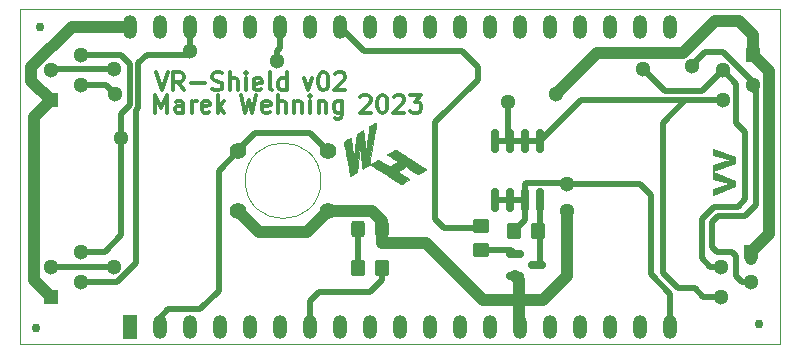
<source format=gbr>
G04 #@! TF.GenerationSoftware,KiCad,Pcbnew,(7.0.0)*
G04 #@! TF.CreationDate,2023-02-27T13:13:10+01:00*
G04 #@! TF.ProjectId,VR-Shield,56522d53-6869-4656-9c64-2e6b69636164,v02*
G04 #@! TF.SameCoordinates,Original*
G04 #@! TF.FileFunction,Copper,L1,Top*
G04 #@! TF.FilePolarity,Positive*
%FSLAX46Y46*%
G04 Gerber Fmt 4.6, Leading zero omitted, Abs format (unit mm)*
G04 Created by KiCad (PCBNEW (7.0.0)) date 2023-02-27 13:13:10*
%MOMM*%
%LPD*%
G01*
G04 APERTURE LIST*
G04 Aperture macros list*
%AMRoundRect*
0 Rectangle with rounded corners*
0 $1 Rounding radius*
0 $2 $3 $4 $5 $6 $7 $8 $9 X,Y pos of 4 corners*
0 Add a 4 corners polygon primitive as box body*
4,1,4,$2,$3,$4,$5,$6,$7,$8,$9,$2,$3,0*
0 Add four circle primitives for the rounded corners*
1,1,$1+$1,$2,$3*
1,1,$1+$1,$4,$5*
1,1,$1+$1,$6,$7*
1,1,$1+$1,$8,$9*
0 Add four rect primitives between the rounded corners*
20,1,$1+$1,$2,$3,$4,$5,0*
20,1,$1+$1,$4,$5,$6,$7,0*
20,1,$1+$1,$6,$7,$8,$9,0*
20,1,$1+$1,$8,$9,$2,$3,0*%
G04 Aperture macros list end*
%ADD10C,0.300000*%
G04 #@! TA.AperFunction,NonConductor*
%ADD11C,0.300000*%
G04 #@! TD*
G04 #@! TA.AperFunction,NonConductor*
%ADD12C,0.017606*%
G04 #@! TD*
G04 #@! TA.AperFunction,SMDPad,CuDef*
%ADD13C,0.750000*%
G04 #@! TD*
G04 #@! TA.AperFunction,ComponentPad*
%ADD14R,1.300000X1.300000*%
G04 #@! TD*
G04 #@! TA.AperFunction,ComponentPad*
%ADD15C,1.300000*%
G04 #@! TD*
G04 #@! TA.AperFunction,SMDPad,CuDef*
%ADD16RoundRect,0.150000X-0.587500X-0.150000X0.587500X-0.150000X0.587500X0.150000X-0.587500X0.150000X0*%
G04 #@! TD*
G04 #@! TA.AperFunction,SMDPad,CuDef*
%ADD17RoundRect,0.250000X0.350000X0.450000X-0.350000X0.450000X-0.350000X-0.450000X0.350000X-0.450000X0*%
G04 #@! TD*
G04 #@! TA.AperFunction,ComponentPad*
%ADD18O,1.200000X2.000000*%
G04 #@! TD*
G04 #@! TA.AperFunction,ComponentPad*
%ADD19R,1.200000X2.000000*%
G04 #@! TD*
G04 #@! TA.AperFunction,SMDPad,CuDef*
%ADD20RoundRect,0.250000X-0.450000X0.350000X-0.450000X-0.350000X0.450000X-0.350000X0.450000X0.350000X0*%
G04 #@! TD*
G04 #@! TA.AperFunction,SMDPad,CuDef*
%ADD21RoundRect,0.250000X0.325000X0.450000X-0.325000X0.450000X-0.325000X-0.450000X0.325000X-0.450000X0*%
G04 #@! TD*
G04 #@! TA.AperFunction,SMDPad,CuDef*
%ADD22RoundRect,0.150000X0.150000X-0.825000X0.150000X0.825000X-0.150000X0.825000X-0.150000X-0.825000X0*%
G04 #@! TD*
G04 #@! TA.AperFunction,ComponentPad*
%ADD23C,1.397000*%
G04 #@! TD*
G04 #@! TA.AperFunction,ViaPad*
%ADD24C,1.300000*%
G04 #@! TD*
G04 #@! TA.AperFunction,Conductor*
%ADD25C,0.500000*%
G04 #@! TD*
G04 #@! TA.AperFunction,Conductor*
%ADD26C,1.000000*%
G04 #@! TD*
G04 #@! TA.AperFunction,Profile*
%ADD27C,0.100000*%
G04 #@! TD*
G04 APERTURE END LIST*
D10*
D11*
G36*
X177018320Y-109755254D02*
G01*
X177048362Y-109755254D01*
X178941000Y-110455743D01*
X178941000Y-111033866D01*
X177048362Y-111755603D01*
X177018320Y-111755603D01*
X177018320Y-111148171D01*
X178039011Y-110822840D01*
X178075472Y-110811975D01*
X178110941Y-110801639D01*
X178145419Y-110791831D01*
X178178905Y-110782551D01*
X178211399Y-110773799D01*
X178242901Y-110765575D01*
X178273412Y-110757879D01*
X178302930Y-110750712D01*
X178340746Y-110741976D01*
X178376799Y-110734180D01*
X178345157Y-110726749D01*
X178312138Y-110719605D01*
X178281844Y-110713285D01*
X178252979Y-110707389D01*
X178240511Y-110704870D01*
X178208544Y-110698123D01*
X178176755Y-110691160D01*
X178145145Y-110683983D01*
X178113715Y-110676592D01*
X178082463Y-110668985D01*
X178051390Y-110661164D01*
X178039011Y-110657976D01*
X177018320Y-110388332D01*
X177018320Y-109755254D01*
G37*
G36*
X177018320Y-107756371D02*
G01*
X177048362Y-107756371D01*
X178941000Y-108456859D01*
X178941000Y-109034982D01*
X177048362Y-109756720D01*
X177018320Y-109756720D01*
X177018320Y-109149288D01*
X178039011Y-108823956D01*
X178075472Y-108813092D01*
X178110941Y-108802756D01*
X178145419Y-108792948D01*
X178178905Y-108783668D01*
X178211399Y-108774916D01*
X178242901Y-108766692D01*
X178273412Y-108758996D01*
X178302930Y-108751828D01*
X178340746Y-108743093D01*
X178376799Y-108735296D01*
X178345157Y-108727866D01*
X178312138Y-108720722D01*
X178281844Y-108714402D01*
X178252979Y-108708506D01*
X178240511Y-108705987D01*
X178208544Y-108699239D01*
X178176755Y-108692277D01*
X178145145Y-108685100D01*
X178113715Y-108677708D01*
X178082463Y-108670102D01*
X178051390Y-108662281D01*
X178039011Y-108659092D01*
X177018320Y-108389448D01*
X177018320Y-107756371D01*
G37*
D12*
G36*
X148463000Y-105537000D02*
G01*
X148463616Y-105537864D01*
X148464079Y-105539599D01*
X148464557Y-105545588D01*
X148464456Y-105554790D01*
X148463798Y-105567025D01*
X148460897Y-105599879D01*
X148456031Y-105642719D01*
X148449378Y-105694117D01*
X148441114Y-105752642D01*
X148431415Y-105816863D01*
X148420458Y-105885350D01*
X148364360Y-106231567D01*
X148307971Y-106586377D01*
X148202862Y-107250270D01*
X148132029Y-107686780D01*
X148103552Y-107862241D01*
X148060313Y-108135755D01*
X147963089Y-108747658D01*
X147910639Y-109062375D01*
X147909896Y-109064945D01*
X147908675Y-109067726D01*
X147906971Y-109070723D01*
X147904778Y-109073939D01*
X147902092Y-109077379D01*
X147898905Y-109081045D01*
X147895213Y-109084943D01*
X147891011Y-109089077D01*
X147881051Y-109098066D01*
X147868981Y-109108044D01*
X147854758Y-109119043D01*
X147838336Y-109131095D01*
X147819671Y-109144232D01*
X147798719Y-109158486D01*
X147775436Y-109173888D01*
X147749778Y-109190471D01*
X147721699Y-109208267D01*
X147691156Y-109227306D01*
X147658105Y-109247622D01*
X147622500Y-109269246D01*
X147512427Y-109335031D01*
X147419993Y-109388887D01*
X147354899Y-109425267D01*
X147335636Y-109435171D01*
X147326846Y-109438626D01*
X147325433Y-109437821D01*
X147323908Y-109435404D01*
X147320519Y-109425715D01*
X147316676Y-109409529D01*
X147312374Y-109386814D01*
X147302379Y-109321671D01*
X147290504Y-109230034D01*
X147276718Y-109111652D01*
X147260991Y-108966273D01*
X147243292Y-108793646D01*
X147223589Y-108593518D01*
X147188297Y-108244778D01*
X147155222Y-107945831D01*
X147128356Y-107730886D01*
X147118498Y-107665605D01*
X147111689Y-107634153D01*
X147110812Y-107632131D01*
X147109924Y-107630516D01*
X147109024Y-107629308D01*
X147108113Y-107628508D01*
X147107654Y-107628261D01*
X147107191Y-107628117D01*
X147106725Y-107628075D01*
X147106257Y-107628135D01*
X147105785Y-107628299D01*
X147105310Y-107628564D01*
X147104352Y-107629404D01*
X147103381Y-107630656D01*
X147102397Y-107632321D01*
X147101400Y-107634400D01*
X147100390Y-107636893D01*
X147099367Y-107639801D01*
X147098330Y-107643125D01*
X147097279Y-107646866D01*
X147096214Y-107651024D01*
X147094041Y-107660597D01*
X147091809Y-107671850D01*
X147089517Y-107684789D01*
X147087162Y-107699421D01*
X147084743Y-107715753D01*
X147082258Y-107733790D01*
X147079705Y-107753539D01*
X147077082Y-107775006D01*
X147030772Y-108162160D01*
X147007448Y-108368273D01*
X146996155Y-108475246D01*
X146987025Y-108567113D01*
X146961067Y-108817678D01*
X146924449Y-109148122D01*
X146871249Y-109623655D01*
X146869202Y-109641745D01*
X146866794Y-109659351D01*
X146864114Y-109676034D01*
X146861253Y-109691356D01*
X146858301Y-109704879D01*
X146855345Y-109716165D01*
X146853895Y-109720832D01*
X146852478Y-109724776D01*
X146851105Y-109727942D01*
X146849787Y-109730275D01*
X146847460Y-109732772D01*
X146843139Y-109736424D01*
X146836933Y-109741163D01*
X146828953Y-109746916D01*
X146808109Y-109761179D01*
X146781489Y-109778645D01*
X146749972Y-109798742D01*
X146714439Y-109820901D01*
X146675769Y-109844551D01*
X146634844Y-109869123D01*
X146552755Y-109918218D01*
X146478918Y-109962911D01*
X146421421Y-109998266D01*
X146388354Y-110019345D01*
X146364908Y-110034768D01*
X146342427Y-110048707D01*
X146321577Y-110060825D01*
X146303025Y-110070784D01*
X146287436Y-110078243D01*
X146280960Y-110080930D01*
X146275476Y-110082866D01*
X146271065Y-110084007D01*
X146267811Y-110084311D01*
X146266645Y-110084137D01*
X146265798Y-110083737D01*
X146265283Y-110083108D01*
X146265109Y-110082242D01*
X146265116Y-110082257D01*
X146138764Y-109389041D01*
X145984271Y-108558301D01*
X145968894Y-108477915D01*
X145949088Y-108371675D01*
X145876895Y-107977292D01*
X145823406Y-107688381D01*
X145773699Y-107426450D01*
X145726702Y-107183713D01*
X145938693Y-107055173D01*
X146106513Y-106954498D01*
X146171652Y-106916176D01*
X146212306Y-106892957D01*
X146224803Y-106885926D01*
X146236694Y-106878844D01*
X146247702Y-106871904D01*
X146257549Y-106865298D01*
X146265959Y-106859220D01*
X146269538Y-106856438D01*
X146272654Y-106853861D01*
X146275273Y-106851512D01*
X146277359Y-106849415D01*
X146278878Y-106847594D01*
X146279795Y-106846074D01*
X146280122Y-106845394D01*
X146280500Y-106844723D01*
X146280929Y-106844062D01*
X146281407Y-106843411D01*
X146281931Y-106842772D01*
X146282501Y-106842145D01*
X146283113Y-106841531D01*
X146283768Y-106840932D01*
X146284461Y-106840347D01*
X146285193Y-106839778D01*
X146285961Y-106839225D01*
X146286764Y-106838690D01*
X146287599Y-106838172D01*
X146288465Y-106837674D01*
X146290282Y-106836737D01*
X146292201Y-106835886D01*
X146294207Y-106835126D01*
X146296288Y-106834466D01*
X146298427Y-106833911D01*
X146300611Y-106833468D01*
X146302826Y-106833143D01*
X146303941Y-106833027D01*
X146305058Y-106832943D01*
X146306175Y-106832893D01*
X146307292Y-106832875D01*
X146309229Y-106833013D01*
X146310171Y-106833205D01*
X146311097Y-106833496D01*
X146312009Y-106833899D01*
X146312909Y-106834428D01*
X146313800Y-106835096D01*
X146314684Y-106835915D01*
X146315562Y-106836899D01*
X146316437Y-106838062D01*
X146317310Y-106839415D01*
X146318183Y-106840973D01*
X146319059Y-106842747D01*
X146319940Y-106844753D01*
X146320827Y-106847001D01*
X146321723Y-106849507D01*
X146323549Y-106855339D01*
X146325434Y-106862356D01*
X146327393Y-106870661D01*
X146329443Y-106880359D01*
X146331601Y-106891555D01*
X146333881Y-106904354D01*
X146336301Y-106918861D01*
X146338877Y-106935180D01*
X146341625Y-106953417D01*
X146344560Y-106973676D01*
X146347700Y-106996061D01*
X146351059Y-107020679D01*
X146358504Y-107077030D01*
X146367023Y-107143565D01*
X146376746Y-107221125D01*
X146387803Y-107310547D01*
X146414431Y-107528333D01*
X146445191Y-107773223D01*
X146482989Y-108065320D01*
X146516754Y-108331958D01*
X146529766Y-108441557D01*
X146537798Y-108515638D01*
X146542571Y-108558818D01*
X146547939Y-108595837D01*
X146550814Y-108611934D01*
X146553799Y-108626368D01*
X146556880Y-108639097D01*
X146560046Y-108650082D01*
X146563282Y-108659280D01*
X146566576Y-108666652D01*
X146569915Y-108672155D01*
X146573285Y-108675749D01*
X146574978Y-108676818D01*
X146576674Y-108677394D01*
X146578372Y-108677472D01*
X146580070Y-108677047D01*
X146581765Y-108676114D01*
X146583457Y-108674668D01*
X146586825Y-108670217D01*
X146587876Y-108667678D01*
X146589106Y-108663138D01*
X146592046Y-108648506D01*
X146595524Y-108627225D01*
X146599417Y-108600195D01*
X146603606Y-108568321D01*
X146607967Y-108532505D01*
X146612381Y-108493649D01*
X146616725Y-108452657D01*
X146679713Y-107891016D01*
X146803286Y-106832868D01*
X146816639Y-106716241D01*
X146822316Y-106669732D01*
X146828083Y-106629882D01*
X146834507Y-106595782D01*
X146842153Y-106566526D01*
X146846613Y-106553430D01*
X146851590Y-106541204D01*
X146857157Y-106529735D01*
X146863384Y-106518910D01*
X146870342Y-106508614D01*
X146878101Y-106498734D01*
X146886733Y-106489157D01*
X146896309Y-106479769D01*
X146918574Y-106461107D01*
X146945464Y-106441839D01*
X146977544Y-106421059D01*
X147015382Y-106397857D01*
X147110598Y-106340558D01*
X147190090Y-106292521D01*
X147251346Y-106256238D01*
X147296888Y-106230600D01*
X147314554Y-106221427D01*
X147329238Y-106214499D01*
X147341253Y-106209677D01*
X147350915Y-106206823D01*
X147358540Y-106205798D01*
X147364442Y-106206464D01*
X147368938Y-106208681D01*
X147372341Y-106212311D01*
X147374967Y-106217216D01*
X147377131Y-106223256D01*
X147380242Y-106237417D01*
X147384638Y-106263479D01*
X147390118Y-106299953D01*
X147396478Y-106345350D01*
X147411029Y-106456955D01*
X147426669Y-106586377D01*
X147463781Y-106899166D01*
X147499766Y-107193799D01*
X147554737Y-107641622D01*
X147569030Y-107767921D01*
X147578494Y-107862828D01*
X147582582Y-107904913D01*
X147586456Y-107938603D01*
X147590341Y-107964754D01*
X147592358Y-107975272D01*
X147594462Y-107984226D01*
X147596682Y-107991726D01*
X147599045Y-107997878D01*
X147601580Y-108002788D01*
X147604316Y-108006566D01*
X147607280Y-108009317D01*
X147610500Y-108011149D01*
X147614005Y-108012170D01*
X147617823Y-108012487D01*
X147618673Y-108012136D01*
X147619589Y-108011094D01*
X147621609Y-108007007D01*
X147623861Y-108000363D01*
X147626321Y-107991301D01*
X147628966Y-107979958D01*
X147631772Y-107966471D01*
X147637775Y-107933618D01*
X147644145Y-107893842D01*
X147650695Y-107848245D01*
X147657240Y-107797929D01*
X147663592Y-107743993D01*
X147723640Y-107233173D01*
X147839999Y-106284993D01*
X147871703Y-106020721D01*
X147881348Y-105934180D01*
X147884890Y-105895093D01*
X147884988Y-105893666D01*
X147885278Y-105892161D01*
X147885756Y-105890582D01*
X147886417Y-105888934D01*
X147887256Y-105887220D01*
X147888269Y-105885445D01*
X147889449Y-105883612D01*
X147890794Y-105881726D01*
X147892297Y-105879791D01*
X147893955Y-105877811D01*
X147897714Y-105873732D01*
X147902031Y-105869522D01*
X147906869Y-105865214D01*
X147912190Y-105860840D01*
X147917955Y-105856434D01*
X147924125Y-105852028D01*
X147930663Y-105847656D01*
X147937529Y-105843349D01*
X147944686Y-105839140D01*
X147952096Y-105835064D01*
X147959719Y-105831151D01*
X147974390Y-105823702D01*
X147987383Y-105816736D01*
X147998462Y-105810407D01*
X148007392Y-105804868D01*
X148010979Y-105802443D01*
X148013940Y-105800273D01*
X148016247Y-105798378D01*
X148017871Y-105796776D01*
X148018781Y-105795487D01*
X148018959Y-105794966D01*
X148018949Y-105794531D01*
X148018745Y-105794183D01*
X148018345Y-105793925D01*
X148016940Y-105793691D01*
X148016146Y-105793603D01*
X148015579Y-105793393D01*
X148015235Y-105793063D01*
X148015145Y-105792854D01*
X148015110Y-105792616D01*
X148015199Y-105792055D01*
X148015499Y-105791384D01*
X148016004Y-105790606D01*
X148016711Y-105789723D01*
X148017616Y-105788739D01*
X148018714Y-105787657D01*
X148021472Y-105785210D01*
X148024952Y-105782407D01*
X148029120Y-105779274D01*
X148033942Y-105775835D01*
X148039383Y-105772114D01*
X148045410Y-105768136D01*
X148051989Y-105763926D01*
X148059085Y-105759509D01*
X148066665Y-105754909D01*
X148074695Y-105750151D01*
X148083140Y-105745259D01*
X148183851Y-105686607D01*
X148308291Y-105612996D01*
X148336958Y-105596239D01*
X148364228Y-105580932D01*
X148389467Y-105567387D01*
X148412041Y-105555915D01*
X148431316Y-105546829D01*
X148446657Y-105540439D01*
X148452654Y-105538354D01*
X148457429Y-105537059D01*
X148460905Y-105536595D01*
X148463000Y-105537000D01*
G37*
X148463000Y-105537000D02*
X148463616Y-105537864D01*
X148464079Y-105539599D01*
X148464557Y-105545588D01*
X148464456Y-105554790D01*
X148463798Y-105567025D01*
X148460897Y-105599879D01*
X148456031Y-105642719D01*
X148449378Y-105694117D01*
X148441114Y-105752642D01*
X148431415Y-105816863D01*
X148420458Y-105885350D01*
X148364360Y-106231567D01*
X148307971Y-106586377D01*
X148202862Y-107250270D01*
X148132029Y-107686780D01*
X148103552Y-107862241D01*
X148060313Y-108135755D01*
X147963089Y-108747658D01*
X147910639Y-109062375D01*
X147909896Y-109064945D01*
X147908675Y-109067726D01*
X147906971Y-109070723D01*
X147904778Y-109073939D01*
X147902092Y-109077379D01*
X147898905Y-109081045D01*
X147895213Y-109084943D01*
X147891011Y-109089077D01*
X147881051Y-109098066D01*
X147868981Y-109108044D01*
X147854758Y-109119043D01*
X147838336Y-109131095D01*
X147819671Y-109144232D01*
X147798719Y-109158486D01*
X147775436Y-109173888D01*
X147749778Y-109190471D01*
X147721699Y-109208267D01*
X147691156Y-109227306D01*
X147658105Y-109247622D01*
X147622500Y-109269246D01*
X147512427Y-109335031D01*
X147419993Y-109388887D01*
X147354899Y-109425267D01*
X147335636Y-109435171D01*
X147326846Y-109438626D01*
X147325433Y-109437821D01*
X147323908Y-109435404D01*
X147320519Y-109425715D01*
X147316676Y-109409529D01*
X147312374Y-109386814D01*
X147302379Y-109321671D01*
X147290504Y-109230034D01*
X147276718Y-109111652D01*
X147260991Y-108966273D01*
X147243292Y-108793646D01*
X147223589Y-108593518D01*
X147188297Y-108244778D01*
X147155222Y-107945831D01*
X147128356Y-107730886D01*
X147118498Y-107665605D01*
X147111689Y-107634153D01*
X147110812Y-107632131D01*
X147109924Y-107630516D01*
X147109024Y-107629308D01*
X147108113Y-107628508D01*
X147107654Y-107628261D01*
X147107191Y-107628117D01*
X147106725Y-107628075D01*
X147106257Y-107628135D01*
X147105785Y-107628299D01*
X147105310Y-107628564D01*
X147104352Y-107629404D01*
X147103381Y-107630656D01*
X147102397Y-107632321D01*
X147101400Y-107634400D01*
X147100390Y-107636893D01*
X147099367Y-107639801D01*
X147098330Y-107643125D01*
X147097279Y-107646866D01*
X147096214Y-107651024D01*
X147094041Y-107660597D01*
X147091809Y-107671850D01*
X147089517Y-107684789D01*
X147087162Y-107699421D01*
X147084743Y-107715753D01*
X147082258Y-107733790D01*
X147079705Y-107753539D01*
X147077082Y-107775006D01*
X147030772Y-108162160D01*
X147007448Y-108368273D01*
X146996155Y-108475246D01*
X146987025Y-108567113D01*
X146961067Y-108817678D01*
X146924449Y-109148122D01*
X146871249Y-109623655D01*
X146869202Y-109641745D01*
X146866794Y-109659351D01*
X146864114Y-109676034D01*
X146861253Y-109691356D01*
X146858301Y-109704879D01*
X146855345Y-109716165D01*
X146853895Y-109720832D01*
X146852478Y-109724776D01*
X146851105Y-109727942D01*
X146849787Y-109730275D01*
X146847460Y-109732772D01*
X146843139Y-109736424D01*
X146836933Y-109741163D01*
X146828953Y-109746916D01*
X146808109Y-109761179D01*
X146781489Y-109778645D01*
X146749972Y-109798742D01*
X146714439Y-109820901D01*
X146675769Y-109844551D01*
X146634844Y-109869123D01*
X146552755Y-109918218D01*
X146478918Y-109962911D01*
X146421421Y-109998266D01*
X146388354Y-110019345D01*
X146364908Y-110034768D01*
X146342427Y-110048707D01*
X146321577Y-110060825D01*
X146303025Y-110070784D01*
X146287436Y-110078243D01*
X146280960Y-110080930D01*
X146275476Y-110082866D01*
X146271065Y-110084007D01*
X146267811Y-110084311D01*
X146266645Y-110084137D01*
X146265798Y-110083737D01*
X146265283Y-110083108D01*
X146265109Y-110082242D01*
X146265116Y-110082257D01*
X146138764Y-109389041D01*
X145984271Y-108558301D01*
X145968894Y-108477915D01*
X145949088Y-108371675D01*
X145876895Y-107977292D01*
X145823406Y-107688381D01*
X145773699Y-107426450D01*
X145726702Y-107183713D01*
X145938693Y-107055173D01*
X146106513Y-106954498D01*
X146171652Y-106916176D01*
X146212306Y-106892957D01*
X146224803Y-106885926D01*
X146236694Y-106878844D01*
X146247702Y-106871904D01*
X146257549Y-106865298D01*
X146265959Y-106859220D01*
X146269538Y-106856438D01*
X146272654Y-106853861D01*
X146275273Y-106851512D01*
X146277359Y-106849415D01*
X146278878Y-106847594D01*
X146279795Y-106846074D01*
X146280122Y-106845394D01*
X146280500Y-106844723D01*
X146280929Y-106844062D01*
X146281407Y-106843411D01*
X146281931Y-106842772D01*
X146282501Y-106842145D01*
X146283113Y-106841531D01*
X146283768Y-106840932D01*
X146284461Y-106840347D01*
X146285193Y-106839778D01*
X146285961Y-106839225D01*
X146286764Y-106838690D01*
X146287599Y-106838172D01*
X146288465Y-106837674D01*
X146290282Y-106836737D01*
X146292201Y-106835886D01*
X146294207Y-106835126D01*
X146296288Y-106834466D01*
X146298427Y-106833911D01*
X146300611Y-106833468D01*
X146302826Y-106833143D01*
X146303941Y-106833027D01*
X146305058Y-106832943D01*
X146306175Y-106832893D01*
X146307292Y-106832875D01*
X146309229Y-106833013D01*
X146310171Y-106833205D01*
X146311097Y-106833496D01*
X146312009Y-106833899D01*
X146312909Y-106834428D01*
X146313800Y-106835096D01*
X146314684Y-106835915D01*
X146315562Y-106836899D01*
X146316437Y-106838062D01*
X146317310Y-106839415D01*
X146318183Y-106840973D01*
X146319059Y-106842747D01*
X146319940Y-106844753D01*
X146320827Y-106847001D01*
X146321723Y-106849507D01*
X146323549Y-106855339D01*
X146325434Y-106862356D01*
X146327393Y-106870661D01*
X146329443Y-106880359D01*
X146331601Y-106891555D01*
X146333881Y-106904354D01*
X146336301Y-106918861D01*
X146338877Y-106935180D01*
X146341625Y-106953417D01*
X146344560Y-106973676D01*
X146347700Y-106996061D01*
X146351059Y-107020679D01*
X146358504Y-107077030D01*
X146367023Y-107143565D01*
X146376746Y-107221125D01*
X146387803Y-107310547D01*
X146414431Y-107528333D01*
X146445191Y-107773223D01*
X146482989Y-108065320D01*
X146516754Y-108331958D01*
X146529766Y-108441557D01*
X146537798Y-108515638D01*
X146542571Y-108558818D01*
X146547939Y-108595837D01*
X146550814Y-108611934D01*
X146553799Y-108626368D01*
X146556880Y-108639097D01*
X146560046Y-108650082D01*
X146563282Y-108659280D01*
X146566576Y-108666652D01*
X146569915Y-108672155D01*
X146573285Y-108675749D01*
X146574978Y-108676818D01*
X146576674Y-108677394D01*
X146578372Y-108677472D01*
X146580070Y-108677047D01*
X146581765Y-108676114D01*
X146583457Y-108674668D01*
X146586825Y-108670217D01*
X146587876Y-108667678D01*
X146589106Y-108663138D01*
X146592046Y-108648506D01*
X146595524Y-108627225D01*
X146599417Y-108600195D01*
X146603606Y-108568321D01*
X146607967Y-108532505D01*
X146612381Y-108493649D01*
X146616725Y-108452657D01*
X146679713Y-107891016D01*
X146803286Y-106832868D01*
X146816639Y-106716241D01*
X146822316Y-106669732D01*
X146828083Y-106629882D01*
X146834507Y-106595782D01*
X146842153Y-106566526D01*
X146846613Y-106553430D01*
X146851590Y-106541204D01*
X146857157Y-106529735D01*
X146863384Y-106518910D01*
X146870342Y-106508614D01*
X146878101Y-106498734D01*
X146886733Y-106489157D01*
X146896309Y-106479769D01*
X146918574Y-106461107D01*
X146945464Y-106441839D01*
X146977544Y-106421059D01*
X147015382Y-106397857D01*
X147110598Y-106340558D01*
X147190090Y-106292521D01*
X147251346Y-106256238D01*
X147296888Y-106230600D01*
X147314554Y-106221427D01*
X147329238Y-106214499D01*
X147341253Y-106209677D01*
X147350915Y-106206823D01*
X147358540Y-106205798D01*
X147364442Y-106206464D01*
X147368938Y-106208681D01*
X147372341Y-106212311D01*
X147374967Y-106217216D01*
X147377131Y-106223256D01*
X147380242Y-106237417D01*
X147384638Y-106263479D01*
X147390118Y-106299953D01*
X147396478Y-106345350D01*
X147411029Y-106456955D01*
X147426669Y-106586377D01*
X147463781Y-106899166D01*
X147499766Y-107193799D01*
X147554737Y-107641622D01*
X147569030Y-107767921D01*
X147578494Y-107862828D01*
X147582582Y-107904913D01*
X147586456Y-107938603D01*
X147590341Y-107964754D01*
X147592358Y-107975272D01*
X147594462Y-107984226D01*
X147596682Y-107991726D01*
X147599045Y-107997878D01*
X147601580Y-108002788D01*
X147604316Y-108006566D01*
X147607280Y-108009317D01*
X147610500Y-108011149D01*
X147614005Y-108012170D01*
X147617823Y-108012487D01*
X147618673Y-108012136D01*
X147619589Y-108011094D01*
X147621609Y-108007007D01*
X147623861Y-108000363D01*
X147626321Y-107991301D01*
X147628966Y-107979958D01*
X147631772Y-107966471D01*
X147637775Y-107933618D01*
X147644145Y-107893842D01*
X147650695Y-107848245D01*
X147657240Y-107797929D01*
X147663592Y-107743993D01*
X147723640Y-107233173D01*
X147839999Y-106284993D01*
X147871703Y-106020721D01*
X147881348Y-105934180D01*
X147884890Y-105895093D01*
X147884988Y-105893666D01*
X147885278Y-105892161D01*
X147885756Y-105890582D01*
X147886417Y-105888934D01*
X147887256Y-105887220D01*
X147888269Y-105885445D01*
X147889449Y-105883612D01*
X147890794Y-105881726D01*
X147892297Y-105879791D01*
X147893955Y-105877811D01*
X147897714Y-105873732D01*
X147902031Y-105869522D01*
X147906869Y-105865214D01*
X147912190Y-105860840D01*
X147917955Y-105856434D01*
X147924125Y-105852028D01*
X147930663Y-105847656D01*
X147937529Y-105843349D01*
X147944686Y-105839140D01*
X147952096Y-105835064D01*
X147959719Y-105831151D01*
X147974390Y-105823702D01*
X147987383Y-105816736D01*
X147998462Y-105810407D01*
X148007392Y-105804868D01*
X148010979Y-105802443D01*
X148013940Y-105800273D01*
X148016247Y-105798378D01*
X148017871Y-105796776D01*
X148018781Y-105795487D01*
X148018959Y-105794966D01*
X148018949Y-105794531D01*
X148018745Y-105794183D01*
X148018345Y-105793925D01*
X148016940Y-105793691D01*
X148016146Y-105793603D01*
X148015579Y-105793393D01*
X148015235Y-105793063D01*
X148015145Y-105792854D01*
X148015110Y-105792616D01*
X148015199Y-105792055D01*
X148015499Y-105791384D01*
X148016004Y-105790606D01*
X148016711Y-105789723D01*
X148017616Y-105788739D01*
X148018714Y-105787657D01*
X148021472Y-105785210D01*
X148024952Y-105782407D01*
X148029120Y-105779274D01*
X148033942Y-105775835D01*
X148039383Y-105772114D01*
X148045410Y-105768136D01*
X148051989Y-105763926D01*
X148059085Y-105759509D01*
X148066665Y-105754909D01*
X148074695Y-105750151D01*
X148083140Y-105745259D01*
X148183851Y-105686607D01*
X148308291Y-105612996D01*
X148336958Y-105596239D01*
X148364228Y-105580932D01*
X148389467Y-105567387D01*
X148412041Y-105555915D01*
X148431316Y-105546829D01*
X148446657Y-105540439D01*
X148452654Y-105538354D01*
X148457429Y-105537059D01*
X148460905Y-105536595D01*
X148463000Y-105537000D01*
G36*
X150094336Y-107819398D02*
G01*
X150097541Y-107820998D01*
X150108489Y-107827146D01*
X150124902Y-107836865D01*
X150146080Y-107849723D01*
X150171319Y-107865288D01*
X150199917Y-107883129D01*
X150264384Y-107923909D01*
X150406507Y-108013762D01*
X150469868Y-108053268D01*
X150517039Y-108082242D01*
X150718854Y-108208017D01*
X151080447Y-108435620D01*
X151784701Y-108878324D01*
X152018756Y-109025660D01*
X152260073Y-109179685D01*
X152520879Y-109346895D01*
X152603839Y-109399112D01*
X152678225Y-109445035D01*
X152682930Y-109448013D01*
X152687423Y-109451049D01*
X152691700Y-109454131D01*
X152695756Y-109457243D01*
X152699585Y-109460374D01*
X152703183Y-109463510D01*
X152706545Y-109466636D01*
X152709666Y-109469740D01*
X152712541Y-109472808D01*
X152715165Y-109475826D01*
X152717533Y-109478781D01*
X152719639Y-109481659D01*
X152721480Y-109484448D01*
X152723050Y-109487133D01*
X152724344Y-109489700D01*
X152725358Y-109492137D01*
X152726085Y-109494430D01*
X152726522Y-109496565D01*
X152726663Y-109498529D01*
X152726503Y-109500308D01*
X152726038Y-109501889D01*
X152725262Y-109503258D01*
X152724170Y-109504402D01*
X152722758Y-109505308D01*
X152721021Y-109505961D01*
X152718953Y-109506348D01*
X152716550Y-109506456D01*
X152713806Y-109506271D01*
X152710717Y-109505779D01*
X152707277Y-109504968D01*
X152703483Y-109503823D01*
X152699328Y-109502332D01*
X152696588Y-109501301D01*
X152694013Y-109500452D01*
X152691610Y-109499782D01*
X152689390Y-109499287D01*
X152687363Y-109498961D01*
X152685538Y-109498801D01*
X152683925Y-109498801D01*
X152682533Y-109498959D01*
X152681923Y-109499095D01*
X152681372Y-109499268D01*
X152680882Y-109499479D01*
X152680452Y-109499726D01*
X152680086Y-109500009D01*
X152679783Y-109500327D01*
X152679545Y-109500680D01*
X152679373Y-109501067D01*
X152679269Y-109501488D01*
X152679234Y-109501942D01*
X152679268Y-109502428D01*
X152679373Y-109502947D01*
X152679551Y-109503497D01*
X152679802Y-109504078D01*
X152680128Y-109504689D01*
X152680529Y-109505330D01*
X152680884Y-109506763D01*
X152680414Y-109508613D01*
X152679101Y-109510895D01*
X152676923Y-109513620D01*
X152673860Y-109516801D01*
X152669893Y-109520452D01*
X152659163Y-109529214D01*
X152644571Y-109540009D01*
X152625955Y-109552940D01*
X152603153Y-109568111D01*
X152576004Y-109585626D01*
X152544345Y-109605587D01*
X152508014Y-109628098D01*
X152420691Y-109681182D01*
X152312739Y-109745707D01*
X152182864Y-109822499D01*
X152135966Y-109849805D01*
X152098054Y-109871032D01*
X152082126Y-109879500D01*
X152068033Y-109886608D01*
X152055639Y-109892411D01*
X152044806Y-109896961D01*
X152035398Y-109900313D01*
X152027279Y-109902519D01*
X152020310Y-109903633D01*
X152014355Y-109903709D01*
X152009277Y-109902800D01*
X152004939Y-109900959D01*
X152001204Y-109898240D01*
X151997935Y-109894696D01*
X151995825Y-109892121D01*
X151993571Y-109889578D01*
X151991193Y-109887085D01*
X151988711Y-109884655D01*
X151986147Y-109882303D01*
X151983519Y-109880046D01*
X151980849Y-109877896D01*
X151978157Y-109875870D01*
X151975462Y-109873982D01*
X151972786Y-109872248D01*
X151970148Y-109870681D01*
X151967569Y-109869298D01*
X151965069Y-109868113D01*
X151962669Y-109867141D01*
X151960388Y-109866397D01*
X151958247Y-109865895D01*
X151941998Y-109858942D01*
X151911057Y-109842021D01*
X151813821Y-109783914D01*
X151683973Y-109702844D01*
X151538950Y-109610083D01*
X151396188Y-109516900D01*
X151273124Y-109434565D01*
X151187193Y-109374350D01*
X151163602Y-109356059D01*
X151155833Y-109347524D01*
X151156055Y-109346602D01*
X151156216Y-109345711D01*
X151156318Y-109344854D01*
X151156360Y-109344029D01*
X151156345Y-109343237D01*
X151156274Y-109342481D01*
X151156147Y-109341759D01*
X151155966Y-109341073D01*
X151155731Y-109340423D01*
X151155444Y-109339810D01*
X151155107Y-109339235D01*
X151154720Y-109338698D01*
X151154284Y-109338201D01*
X151153800Y-109337742D01*
X151153270Y-109337325D01*
X151152694Y-109336948D01*
X151152075Y-109336612D01*
X151151412Y-109336319D01*
X151150707Y-109336069D01*
X151149961Y-109335863D01*
X151149176Y-109335701D01*
X151148352Y-109335583D01*
X151147490Y-109335512D01*
X151146592Y-109335486D01*
X151145659Y-109335508D01*
X151144691Y-109335576D01*
X151143691Y-109335694D01*
X151142658Y-109335860D01*
X151141595Y-109336075D01*
X151140502Y-109336341D01*
X151139381Y-109336658D01*
X151138232Y-109337026D01*
X151136984Y-109337342D01*
X151135572Y-109337544D01*
X151134001Y-109337633D01*
X151132278Y-109337611D01*
X151128399Y-109337245D01*
X151123980Y-109336462D01*
X151119069Y-109335281D01*
X151113714Y-109333720D01*
X151107961Y-109331795D01*
X151101859Y-109329524D01*
X151095453Y-109326925D01*
X151088792Y-109324016D01*
X151081922Y-109320814D01*
X151074891Y-109317336D01*
X151067746Y-109313601D01*
X151060534Y-109309625D01*
X151053303Y-109305426D01*
X151046099Y-109301023D01*
X150976527Y-109257322D01*
X150887637Y-109306623D01*
X150785903Y-109365329D01*
X150625371Y-109460023D01*
X150452997Y-109562842D01*
X150315737Y-109645925D01*
X150272891Y-109672223D01*
X150317919Y-109709325D01*
X150329344Y-109718214D01*
X150344597Y-109729287D01*
X150363016Y-109742101D01*
X150383938Y-109756215D01*
X150406703Y-109771188D01*
X150430647Y-109786577D01*
X150455109Y-109801941D01*
X150479426Y-109816838D01*
X150541973Y-109855282D01*
X150626176Y-109907939D01*
X150721010Y-109967866D01*
X150815447Y-110028119D01*
X151010232Y-110152478D01*
X151170237Y-110253652D01*
X151197854Y-110271427D01*
X151222667Y-110288372D01*
X151244269Y-110304145D01*
X151253738Y-110311485D01*
X151262250Y-110318403D01*
X151269756Y-110324858D01*
X151276203Y-110330806D01*
X151281541Y-110336204D01*
X151285719Y-110341009D01*
X151288685Y-110345180D01*
X151290389Y-110348672D01*
X151290752Y-110350151D01*
X151290779Y-110351444D01*
X151290466Y-110352546D01*
X151289805Y-110353452D01*
X151255477Y-110376150D01*
X151175040Y-110426214D01*
X150937834Y-110570909D01*
X150702174Y-110712480D01*
X150623668Y-110758638D01*
X150592043Y-110775869D01*
X150590986Y-110775411D01*
X150588793Y-110774188D01*
X150581244Y-110769605D01*
X150569884Y-110762434D01*
X150555203Y-110752994D01*
X150517830Y-110728569D01*
X150473033Y-110698865D01*
X150473055Y-110699140D01*
X150309149Y-110593360D01*
X150016551Y-110407207D01*
X149369685Y-109999517D01*
X148967700Y-109746244D01*
X148571559Y-109497182D01*
X148370542Y-109371530D01*
X148183211Y-109252308D01*
X148041513Y-109160053D01*
X147997761Y-109130455D01*
X147977397Y-109115300D01*
X147975914Y-109113711D01*
X147974717Y-109112067D01*
X147973816Y-109110363D01*
X147973218Y-109108590D01*
X147972935Y-109106740D01*
X147972975Y-109104806D01*
X147973348Y-109102779D01*
X147974062Y-109100653D01*
X147975128Y-109098420D01*
X147976555Y-109096071D01*
X147978352Y-109093599D01*
X147980529Y-109090997D01*
X147983095Y-109088256D01*
X147986059Y-109085369D01*
X147989431Y-109082328D01*
X147993220Y-109079126D01*
X147997436Y-109075754D01*
X148002087Y-109072205D01*
X148007184Y-109068471D01*
X148012736Y-109064545D01*
X148018751Y-109060418D01*
X148025241Y-109056084D01*
X148039677Y-109046760D01*
X148056121Y-109036512D01*
X148074646Y-109025277D01*
X148095328Y-109012994D01*
X148118243Y-108999601D01*
X148186321Y-108959817D01*
X148251328Y-108921388D01*
X148305901Y-108888692D01*
X148342677Y-108866109D01*
X148377027Y-108844795D01*
X148425004Y-108815525D01*
X148480250Y-108782157D01*
X148536410Y-108748548D01*
X148668528Y-108669950D01*
X148967768Y-108861303D01*
X149210138Y-109014917D01*
X149308017Y-109076017D01*
X149372645Y-109115522D01*
X149394044Y-109128422D01*
X149414355Y-109140965D01*
X149433109Y-109152844D01*
X149449835Y-109163747D01*
X149464066Y-109173366D01*
X149475331Y-109181390D01*
X149483160Y-109187511D01*
X149485641Y-109189761D01*
X149487086Y-109191419D01*
X149488556Y-109193393D01*
X149490333Y-109195431D01*
X149494733Y-109199660D01*
X149500150Y-109204042D01*
X149506443Y-109208510D01*
X149513474Y-109212999D01*
X149521105Y-109217442D01*
X149529197Y-109221774D01*
X149537612Y-109225929D01*
X149546210Y-109229842D01*
X149554853Y-109233447D01*
X149563403Y-109236677D01*
X149571721Y-109239468D01*
X149579669Y-109241753D01*
X149587107Y-109243466D01*
X149593898Y-109244543D01*
X149597007Y-109244821D01*
X149599902Y-109244916D01*
X149603631Y-109244317D01*
X149609159Y-109242558D01*
X149616375Y-109239698D01*
X149625170Y-109235798D01*
X149635434Y-109230916D01*
X149647057Y-109225112D01*
X149673941Y-109210974D01*
X149704946Y-109193858D01*
X149739192Y-109174238D01*
X149775802Y-109152589D01*
X149813899Y-109129384D01*
X149990077Y-109021315D01*
X150151194Y-108923665D01*
X150206951Y-108890391D01*
X150228841Y-108876939D01*
X150246720Y-108865147D01*
X150254152Y-108859766D01*
X150260577Y-108854670D01*
X150265992Y-108849816D01*
X150270397Y-108845161D01*
X150273789Y-108840662D01*
X150276168Y-108836274D01*
X150277530Y-108831956D01*
X150277875Y-108827664D01*
X150277202Y-108823353D01*
X150275507Y-108818982D01*
X150272791Y-108814507D01*
X150269050Y-108809884D01*
X150264284Y-108805070D01*
X150258490Y-108800022D01*
X150251668Y-108794697D01*
X150243815Y-108789052D01*
X150225011Y-108776625D01*
X150202065Y-108762396D01*
X150143694Y-108727147D01*
X150101885Y-108701430D01*
X150050456Y-108669304D01*
X149995931Y-108634859D01*
X149944834Y-108602185D01*
X149799362Y-108509830D01*
X149610316Y-108391416D01*
X149452941Y-108292925D01*
X149403552Y-108261652D01*
X149383616Y-108248594D01*
X149383129Y-108247551D01*
X149383454Y-108246132D01*
X149384541Y-108244363D01*
X149386341Y-108242272D01*
X149391884Y-108237238D01*
X149399691Y-108231252D01*
X149409366Y-108224539D01*
X149420518Y-108217322D01*
X149432753Y-108209824D01*
X149445677Y-108202269D01*
X149458898Y-108194880D01*
X149472021Y-108187881D01*
X149484653Y-108181496D01*
X149496402Y-108175947D01*
X149506873Y-108171459D01*
X149515674Y-108168255D01*
X149522411Y-108166559D01*
X149524882Y-108166345D01*
X149526690Y-108166593D01*
X149527370Y-108166763D01*
X149528042Y-108166898D01*
X149528703Y-108166999D01*
X149529353Y-108167065D01*
X149529993Y-108167098D01*
X149530619Y-108167098D01*
X149531233Y-108167065D01*
X149531833Y-108166999D01*
X149532417Y-108166901D01*
X149532987Y-108166771D01*
X149533539Y-108166609D01*
X149534075Y-108166417D01*
X149534592Y-108166193D01*
X149535091Y-108165940D01*
X149535569Y-108165656D01*
X149536027Y-108165343D01*
X149536464Y-108165000D01*
X149536879Y-108164628D01*
X149537270Y-108164228D01*
X149537638Y-108163799D01*
X149537981Y-108163343D01*
X149538298Y-108162859D01*
X149538589Y-108162349D01*
X149538853Y-108161811D01*
X149539089Y-108161247D01*
X149539297Y-108160657D01*
X149539474Y-108160041D01*
X149539621Y-108159400D01*
X149539737Y-108158734D01*
X149539821Y-108158044D01*
X149539872Y-108157329D01*
X149539889Y-108156591D01*
X149539987Y-108155791D01*
X149540277Y-108154897D01*
X149540755Y-108153910D01*
X149541416Y-108152835D01*
X149542255Y-108151675D01*
X149543267Y-108150433D01*
X149544448Y-108149113D01*
X149545793Y-108147719D01*
X149548954Y-108144721D01*
X149552712Y-108141467D01*
X149557030Y-108137985D01*
X149561868Y-108134302D01*
X149567189Y-108130448D01*
X149572953Y-108126448D01*
X149579124Y-108122333D01*
X149585661Y-108118129D01*
X149592528Y-108113864D01*
X149599685Y-108109567D01*
X149607095Y-108105266D01*
X149614718Y-108100988D01*
X149659407Y-108075470D01*
X149725762Y-108036490D01*
X149804829Y-107989334D01*
X149887652Y-107939290D01*
X149965127Y-107892544D01*
X150029623Y-107854246D01*
X150074410Y-107828362D01*
X150087310Y-107821312D01*
X150092761Y-107818853D01*
X150094336Y-107819398D01*
G37*
X150094336Y-107819398D02*
X150097541Y-107820998D01*
X150108489Y-107827146D01*
X150124902Y-107836865D01*
X150146080Y-107849723D01*
X150171319Y-107865288D01*
X150199917Y-107883129D01*
X150264384Y-107923909D01*
X150406507Y-108013762D01*
X150469868Y-108053268D01*
X150517039Y-108082242D01*
X150718854Y-108208017D01*
X151080447Y-108435620D01*
X151784701Y-108878324D01*
X152018756Y-109025660D01*
X152260073Y-109179685D01*
X152520879Y-109346895D01*
X152603839Y-109399112D01*
X152678225Y-109445035D01*
X152682930Y-109448013D01*
X152687423Y-109451049D01*
X152691700Y-109454131D01*
X152695756Y-109457243D01*
X152699585Y-109460374D01*
X152703183Y-109463510D01*
X152706545Y-109466636D01*
X152709666Y-109469740D01*
X152712541Y-109472808D01*
X152715165Y-109475826D01*
X152717533Y-109478781D01*
X152719639Y-109481659D01*
X152721480Y-109484448D01*
X152723050Y-109487133D01*
X152724344Y-109489700D01*
X152725358Y-109492137D01*
X152726085Y-109494430D01*
X152726522Y-109496565D01*
X152726663Y-109498529D01*
X152726503Y-109500308D01*
X152726038Y-109501889D01*
X152725262Y-109503258D01*
X152724170Y-109504402D01*
X152722758Y-109505308D01*
X152721021Y-109505961D01*
X152718953Y-109506348D01*
X152716550Y-109506456D01*
X152713806Y-109506271D01*
X152710717Y-109505779D01*
X152707277Y-109504968D01*
X152703483Y-109503823D01*
X152699328Y-109502332D01*
X152696588Y-109501301D01*
X152694013Y-109500452D01*
X152691610Y-109499782D01*
X152689390Y-109499287D01*
X152687363Y-109498961D01*
X152685538Y-109498801D01*
X152683925Y-109498801D01*
X152682533Y-109498959D01*
X152681923Y-109499095D01*
X152681372Y-109499268D01*
X152680882Y-109499479D01*
X152680452Y-109499726D01*
X152680086Y-109500009D01*
X152679783Y-109500327D01*
X152679545Y-109500680D01*
X152679373Y-109501067D01*
X152679269Y-109501488D01*
X152679234Y-109501942D01*
X152679268Y-109502428D01*
X152679373Y-109502947D01*
X152679551Y-109503497D01*
X152679802Y-109504078D01*
X152680128Y-109504689D01*
X152680529Y-109505330D01*
X152680884Y-109506763D01*
X152680414Y-109508613D01*
X152679101Y-109510895D01*
X152676923Y-109513620D01*
X152673860Y-109516801D01*
X152669893Y-109520452D01*
X152659163Y-109529214D01*
X152644571Y-109540009D01*
X152625955Y-109552940D01*
X152603153Y-109568111D01*
X152576004Y-109585626D01*
X152544345Y-109605587D01*
X152508014Y-109628098D01*
X152420691Y-109681182D01*
X152312739Y-109745707D01*
X152182864Y-109822499D01*
X152135966Y-109849805D01*
X152098054Y-109871032D01*
X152082126Y-109879500D01*
X152068033Y-109886608D01*
X152055639Y-109892411D01*
X152044806Y-109896961D01*
X152035398Y-109900313D01*
X152027279Y-109902519D01*
X152020310Y-109903633D01*
X152014355Y-109903709D01*
X152009277Y-109902800D01*
X152004939Y-109900959D01*
X152001204Y-109898240D01*
X151997935Y-109894696D01*
X151995825Y-109892121D01*
X151993571Y-109889578D01*
X151991193Y-109887085D01*
X151988711Y-109884655D01*
X151986147Y-109882303D01*
X151983519Y-109880046D01*
X151980849Y-109877896D01*
X151978157Y-109875870D01*
X151975462Y-109873982D01*
X151972786Y-109872248D01*
X151970148Y-109870681D01*
X151967569Y-109869298D01*
X151965069Y-109868113D01*
X151962669Y-109867141D01*
X151960388Y-109866397D01*
X151958247Y-109865895D01*
X151941998Y-109858942D01*
X151911057Y-109842021D01*
X151813821Y-109783914D01*
X151683973Y-109702844D01*
X151538950Y-109610083D01*
X151396188Y-109516900D01*
X151273124Y-109434565D01*
X151187193Y-109374350D01*
X151163602Y-109356059D01*
X151155833Y-109347524D01*
X151156055Y-109346602D01*
X151156216Y-109345711D01*
X151156318Y-109344854D01*
X151156360Y-109344029D01*
X151156345Y-109343237D01*
X151156274Y-109342481D01*
X151156147Y-109341759D01*
X151155966Y-109341073D01*
X151155731Y-109340423D01*
X151155444Y-109339810D01*
X151155107Y-109339235D01*
X151154720Y-109338698D01*
X151154284Y-109338201D01*
X151153800Y-109337742D01*
X151153270Y-109337325D01*
X151152694Y-109336948D01*
X151152075Y-109336612D01*
X151151412Y-109336319D01*
X151150707Y-109336069D01*
X151149961Y-109335863D01*
X151149176Y-109335701D01*
X151148352Y-109335583D01*
X151147490Y-109335512D01*
X151146592Y-109335486D01*
X151145659Y-109335508D01*
X151144691Y-109335576D01*
X151143691Y-109335694D01*
X151142658Y-109335860D01*
X151141595Y-109336075D01*
X151140502Y-109336341D01*
X151139381Y-109336658D01*
X151138232Y-109337026D01*
X151136984Y-109337342D01*
X151135572Y-109337544D01*
X151134001Y-109337633D01*
X151132278Y-109337611D01*
X151128399Y-109337245D01*
X151123980Y-109336462D01*
X151119069Y-109335281D01*
X151113714Y-109333720D01*
X151107961Y-109331795D01*
X151101859Y-109329524D01*
X151095453Y-109326925D01*
X151088792Y-109324016D01*
X151081922Y-109320814D01*
X151074891Y-109317336D01*
X151067746Y-109313601D01*
X151060534Y-109309625D01*
X151053303Y-109305426D01*
X151046099Y-109301023D01*
X150976527Y-109257322D01*
X150887637Y-109306623D01*
X150785903Y-109365329D01*
X150625371Y-109460023D01*
X150452997Y-109562842D01*
X150315737Y-109645925D01*
X150272891Y-109672223D01*
X150317919Y-109709325D01*
X150329344Y-109718214D01*
X150344597Y-109729287D01*
X150363016Y-109742101D01*
X150383938Y-109756215D01*
X150406703Y-109771188D01*
X150430647Y-109786577D01*
X150455109Y-109801941D01*
X150479426Y-109816838D01*
X150541973Y-109855282D01*
X150626176Y-109907939D01*
X150721010Y-109967866D01*
X150815447Y-110028119D01*
X151010232Y-110152478D01*
X151170237Y-110253652D01*
X151197854Y-110271427D01*
X151222667Y-110288372D01*
X151244269Y-110304145D01*
X151253738Y-110311485D01*
X151262250Y-110318403D01*
X151269756Y-110324858D01*
X151276203Y-110330806D01*
X151281541Y-110336204D01*
X151285719Y-110341009D01*
X151288685Y-110345180D01*
X151290389Y-110348672D01*
X151290752Y-110350151D01*
X151290779Y-110351444D01*
X151290466Y-110352546D01*
X151289805Y-110353452D01*
X151255477Y-110376150D01*
X151175040Y-110426214D01*
X150937834Y-110570909D01*
X150702174Y-110712480D01*
X150623668Y-110758638D01*
X150592043Y-110775869D01*
X150590986Y-110775411D01*
X150588793Y-110774188D01*
X150581244Y-110769605D01*
X150569884Y-110762434D01*
X150555203Y-110752994D01*
X150517830Y-110728569D01*
X150473033Y-110698865D01*
X150473055Y-110699140D01*
X150309149Y-110593360D01*
X150016551Y-110407207D01*
X149369685Y-109999517D01*
X148967700Y-109746244D01*
X148571559Y-109497182D01*
X148370542Y-109371530D01*
X148183211Y-109252308D01*
X148041513Y-109160053D01*
X147997761Y-109130455D01*
X147977397Y-109115300D01*
X147975914Y-109113711D01*
X147974717Y-109112067D01*
X147973816Y-109110363D01*
X147973218Y-109108590D01*
X147972935Y-109106740D01*
X147972975Y-109104806D01*
X147973348Y-109102779D01*
X147974062Y-109100653D01*
X147975128Y-109098420D01*
X147976555Y-109096071D01*
X147978352Y-109093599D01*
X147980529Y-109090997D01*
X147983095Y-109088256D01*
X147986059Y-109085369D01*
X147989431Y-109082328D01*
X147993220Y-109079126D01*
X147997436Y-109075754D01*
X148002087Y-109072205D01*
X148007184Y-109068471D01*
X148012736Y-109064545D01*
X148018751Y-109060418D01*
X148025241Y-109056084D01*
X148039677Y-109046760D01*
X148056121Y-109036512D01*
X148074646Y-109025277D01*
X148095328Y-109012994D01*
X148118243Y-108999601D01*
X148186321Y-108959817D01*
X148251328Y-108921388D01*
X148305901Y-108888692D01*
X148342677Y-108866109D01*
X148377027Y-108844795D01*
X148425004Y-108815525D01*
X148480250Y-108782157D01*
X148536410Y-108748548D01*
X148668528Y-108669950D01*
X148967768Y-108861303D01*
X149210138Y-109014917D01*
X149308017Y-109076017D01*
X149372645Y-109115522D01*
X149394044Y-109128422D01*
X149414355Y-109140965D01*
X149433109Y-109152844D01*
X149449835Y-109163747D01*
X149464066Y-109173366D01*
X149475331Y-109181390D01*
X149483160Y-109187511D01*
X149485641Y-109189761D01*
X149487086Y-109191419D01*
X149488556Y-109193393D01*
X149490333Y-109195431D01*
X149494733Y-109199660D01*
X149500150Y-109204042D01*
X149506443Y-109208510D01*
X149513474Y-109212999D01*
X149521105Y-109217442D01*
X149529197Y-109221774D01*
X149537612Y-109225929D01*
X149546210Y-109229842D01*
X149554853Y-109233447D01*
X149563403Y-109236677D01*
X149571721Y-109239468D01*
X149579669Y-109241753D01*
X149587107Y-109243466D01*
X149593898Y-109244543D01*
X149597007Y-109244821D01*
X149599902Y-109244916D01*
X149603631Y-109244317D01*
X149609159Y-109242558D01*
X149616375Y-109239698D01*
X149625170Y-109235798D01*
X149635434Y-109230916D01*
X149647057Y-109225112D01*
X149673941Y-109210974D01*
X149704946Y-109193858D01*
X149739192Y-109174238D01*
X149775802Y-109152589D01*
X149813899Y-109129384D01*
X149990077Y-109021315D01*
X150151194Y-108923665D01*
X150206951Y-108890391D01*
X150228841Y-108876939D01*
X150246720Y-108865147D01*
X150254152Y-108859766D01*
X150260577Y-108854670D01*
X150265992Y-108849816D01*
X150270397Y-108845161D01*
X150273789Y-108840662D01*
X150276168Y-108836274D01*
X150277530Y-108831956D01*
X150277875Y-108827664D01*
X150277202Y-108823353D01*
X150275507Y-108818982D01*
X150272791Y-108814507D01*
X150269050Y-108809884D01*
X150264284Y-108805070D01*
X150258490Y-108800022D01*
X150251668Y-108794697D01*
X150243815Y-108789052D01*
X150225011Y-108776625D01*
X150202065Y-108762396D01*
X150143694Y-108727147D01*
X150101885Y-108701430D01*
X150050456Y-108669304D01*
X149995931Y-108634859D01*
X149944834Y-108602185D01*
X149799362Y-108509830D01*
X149610316Y-108391416D01*
X149452941Y-108292925D01*
X149403552Y-108261652D01*
X149383616Y-108248594D01*
X149383129Y-108247551D01*
X149383454Y-108246132D01*
X149384541Y-108244363D01*
X149386341Y-108242272D01*
X149391884Y-108237238D01*
X149399691Y-108231252D01*
X149409366Y-108224539D01*
X149420518Y-108217322D01*
X149432753Y-108209824D01*
X149445677Y-108202269D01*
X149458898Y-108194880D01*
X149472021Y-108187881D01*
X149484653Y-108181496D01*
X149496402Y-108175947D01*
X149506873Y-108171459D01*
X149515674Y-108168255D01*
X149522411Y-108166559D01*
X149524882Y-108166345D01*
X149526690Y-108166593D01*
X149527370Y-108166763D01*
X149528042Y-108166898D01*
X149528703Y-108166999D01*
X149529353Y-108167065D01*
X149529993Y-108167098D01*
X149530619Y-108167098D01*
X149531233Y-108167065D01*
X149531833Y-108166999D01*
X149532417Y-108166901D01*
X149532987Y-108166771D01*
X149533539Y-108166609D01*
X149534075Y-108166417D01*
X149534592Y-108166193D01*
X149535091Y-108165940D01*
X149535569Y-108165656D01*
X149536027Y-108165343D01*
X149536464Y-108165000D01*
X149536879Y-108164628D01*
X149537270Y-108164228D01*
X149537638Y-108163799D01*
X149537981Y-108163343D01*
X149538298Y-108162859D01*
X149538589Y-108162349D01*
X149538853Y-108161811D01*
X149539089Y-108161247D01*
X149539297Y-108160657D01*
X149539474Y-108160041D01*
X149539621Y-108159400D01*
X149539737Y-108158734D01*
X149539821Y-108158044D01*
X149539872Y-108157329D01*
X149539889Y-108156591D01*
X149539987Y-108155791D01*
X149540277Y-108154897D01*
X149540755Y-108153910D01*
X149541416Y-108152835D01*
X149542255Y-108151675D01*
X149543267Y-108150433D01*
X149544448Y-108149113D01*
X149545793Y-108147719D01*
X149548954Y-108144721D01*
X149552712Y-108141467D01*
X149557030Y-108137985D01*
X149561868Y-108134302D01*
X149567189Y-108130448D01*
X149572953Y-108126448D01*
X149579124Y-108122333D01*
X149585661Y-108118129D01*
X149592528Y-108113864D01*
X149599685Y-108109567D01*
X149607095Y-108105266D01*
X149614718Y-108100988D01*
X149659407Y-108075470D01*
X149725762Y-108036490D01*
X149804829Y-107989334D01*
X149887652Y-107939290D01*
X149965127Y-107892544D01*
X150029623Y-107854246D01*
X150074410Y-107828362D01*
X150087310Y-107821312D01*
X150092761Y-107818853D01*
X150094336Y-107819398D01*
D10*
D11*
X129770142Y-104702571D02*
X129770142Y-103202571D01*
X129770142Y-103202571D02*
X130270142Y-104274000D01*
X130270142Y-104274000D02*
X130770142Y-103202571D01*
X130770142Y-103202571D02*
X130770142Y-104702571D01*
X132127286Y-104702571D02*
X132127286Y-103916857D01*
X132127286Y-103916857D02*
X132055857Y-103774000D01*
X132055857Y-103774000D02*
X131913000Y-103702571D01*
X131913000Y-103702571D02*
X131627286Y-103702571D01*
X131627286Y-103702571D02*
X131484428Y-103774000D01*
X132127286Y-104631142D02*
X131984428Y-104702571D01*
X131984428Y-104702571D02*
X131627286Y-104702571D01*
X131627286Y-104702571D02*
X131484428Y-104631142D01*
X131484428Y-104631142D02*
X131413000Y-104488285D01*
X131413000Y-104488285D02*
X131413000Y-104345428D01*
X131413000Y-104345428D02*
X131484428Y-104202571D01*
X131484428Y-104202571D02*
X131627286Y-104131142D01*
X131627286Y-104131142D02*
X131984428Y-104131142D01*
X131984428Y-104131142D02*
X132127286Y-104059714D01*
X132841571Y-104702571D02*
X132841571Y-103702571D01*
X132841571Y-103988285D02*
X132913000Y-103845428D01*
X132913000Y-103845428D02*
X132984429Y-103774000D01*
X132984429Y-103774000D02*
X133127286Y-103702571D01*
X133127286Y-103702571D02*
X133270143Y-103702571D01*
X134341571Y-104631142D02*
X134198714Y-104702571D01*
X134198714Y-104702571D02*
X133913000Y-104702571D01*
X133913000Y-104702571D02*
X133770142Y-104631142D01*
X133770142Y-104631142D02*
X133698714Y-104488285D01*
X133698714Y-104488285D02*
X133698714Y-103916857D01*
X133698714Y-103916857D02*
X133770142Y-103774000D01*
X133770142Y-103774000D02*
X133913000Y-103702571D01*
X133913000Y-103702571D02*
X134198714Y-103702571D01*
X134198714Y-103702571D02*
X134341571Y-103774000D01*
X134341571Y-103774000D02*
X134413000Y-103916857D01*
X134413000Y-103916857D02*
X134413000Y-104059714D01*
X134413000Y-104059714D02*
X133698714Y-104202571D01*
X135055856Y-104702571D02*
X135055856Y-103202571D01*
X135198714Y-104131142D02*
X135627285Y-104702571D01*
X135627285Y-103702571D02*
X135055856Y-104274000D01*
X137027285Y-103202571D02*
X137384428Y-104702571D01*
X137384428Y-104702571D02*
X137670142Y-103631142D01*
X137670142Y-103631142D02*
X137955857Y-104702571D01*
X137955857Y-104702571D02*
X138313000Y-103202571D01*
X139455857Y-104631142D02*
X139313000Y-104702571D01*
X139313000Y-104702571D02*
X139027286Y-104702571D01*
X139027286Y-104702571D02*
X138884428Y-104631142D01*
X138884428Y-104631142D02*
X138813000Y-104488285D01*
X138813000Y-104488285D02*
X138813000Y-103916857D01*
X138813000Y-103916857D02*
X138884428Y-103774000D01*
X138884428Y-103774000D02*
X139027286Y-103702571D01*
X139027286Y-103702571D02*
X139313000Y-103702571D01*
X139313000Y-103702571D02*
X139455857Y-103774000D01*
X139455857Y-103774000D02*
X139527286Y-103916857D01*
X139527286Y-103916857D02*
X139527286Y-104059714D01*
X139527286Y-104059714D02*
X138813000Y-104202571D01*
X140170142Y-104702571D02*
X140170142Y-103202571D01*
X140813000Y-104702571D02*
X140813000Y-103916857D01*
X140813000Y-103916857D02*
X140741571Y-103774000D01*
X140741571Y-103774000D02*
X140598714Y-103702571D01*
X140598714Y-103702571D02*
X140384428Y-103702571D01*
X140384428Y-103702571D02*
X140241571Y-103774000D01*
X140241571Y-103774000D02*
X140170142Y-103845428D01*
X141527285Y-103702571D02*
X141527285Y-104702571D01*
X141527285Y-103845428D02*
X141598714Y-103774000D01*
X141598714Y-103774000D02*
X141741571Y-103702571D01*
X141741571Y-103702571D02*
X141955857Y-103702571D01*
X141955857Y-103702571D02*
X142098714Y-103774000D01*
X142098714Y-103774000D02*
X142170143Y-103916857D01*
X142170143Y-103916857D02*
X142170143Y-104702571D01*
X142884428Y-104702571D02*
X142884428Y-103702571D01*
X142884428Y-103202571D02*
X142813000Y-103274000D01*
X142813000Y-103274000D02*
X142884428Y-103345428D01*
X142884428Y-103345428D02*
X142955857Y-103274000D01*
X142955857Y-103274000D02*
X142884428Y-103202571D01*
X142884428Y-103202571D02*
X142884428Y-103345428D01*
X143598714Y-103702571D02*
X143598714Y-104702571D01*
X143598714Y-103845428D02*
X143670143Y-103774000D01*
X143670143Y-103774000D02*
X143813000Y-103702571D01*
X143813000Y-103702571D02*
X144027286Y-103702571D01*
X144027286Y-103702571D02*
X144170143Y-103774000D01*
X144170143Y-103774000D02*
X144241572Y-103916857D01*
X144241572Y-103916857D02*
X144241572Y-104702571D01*
X145598715Y-103702571D02*
X145598715Y-104916857D01*
X145598715Y-104916857D02*
X145527286Y-105059714D01*
X145527286Y-105059714D02*
X145455857Y-105131142D01*
X145455857Y-105131142D02*
X145313000Y-105202571D01*
X145313000Y-105202571D02*
X145098715Y-105202571D01*
X145098715Y-105202571D02*
X144955857Y-105131142D01*
X145598715Y-104631142D02*
X145455857Y-104702571D01*
X145455857Y-104702571D02*
X145170143Y-104702571D01*
X145170143Y-104702571D02*
X145027286Y-104631142D01*
X145027286Y-104631142D02*
X144955857Y-104559714D01*
X144955857Y-104559714D02*
X144884429Y-104416857D01*
X144884429Y-104416857D02*
X144884429Y-103988285D01*
X144884429Y-103988285D02*
X144955857Y-103845428D01*
X144955857Y-103845428D02*
X145027286Y-103774000D01*
X145027286Y-103774000D02*
X145170143Y-103702571D01*
X145170143Y-103702571D02*
X145455857Y-103702571D01*
X145455857Y-103702571D02*
X145598715Y-103774000D01*
X147141572Y-103345428D02*
X147213000Y-103274000D01*
X147213000Y-103274000D02*
X147355858Y-103202571D01*
X147355858Y-103202571D02*
X147713000Y-103202571D01*
X147713000Y-103202571D02*
X147855858Y-103274000D01*
X147855858Y-103274000D02*
X147927286Y-103345428D01*
X147927286Y-103345428D02*
X147998715Y-103488285D01*
X147998715Y-103488285D02*
X147998715Y-103631142D01*
X147998715Y-103631142D02*
X147927286Y-103845428D01*
X147927286Y-103845428D02*
X147070143Y-104702571D01*
X147070143Y-104702571D02*
X147998715Y-104702571D01*
X148927286Y-103202571D02*
X149070143Y-103202571D01*
X149070143Y-103202571D02*
X149213000Y-103274000D01*
X149213000Y-103274000D02*
X149284429Y-103345428D01*
X149284429Y-103345428D02*
X149355857Y-103488285D01*
X149355857Y-103488285D02*
X149427286Y-103774000D01*
X149427286Y-103774000D02*
X149427286Y-104131142D01*
X149427286Y-104131142D02*
X149355857Y-104416857D01*
X149355857Y-104416857D02*
X149284429Y-104559714D01*
X149284429Y-104559714D02*
X149213000Y-104631142D01*
X149213000Y-104631142D02*
X149070143Y-104702571D01*
X149070143Y-104702571D02*
X148927286Y-104702571D01*
X148927286Y-104702571D02*
X148784429Y-104631142D01*
X148784429Y-104631142D02*
X148713000Y-104559714D01*
X148713000Y-104559714D02*
X148641571Y-104416857D01*
X148641571Y-104416857D02*
X148570143Y-104131142D01*
X148570143Y-104131142D02*
X148570143Y-103774000D01*
X148570143Y-103774000D02*
X148641571Y-103488285D01*
X148641571Y-103488285D02*
X148713000Y-103345428D01*
X148713000Y-103345428D02*
X148784429Y-103274000D01*
X148784429Y-103274000D02*
X148927286Y-103202571D01*
X149998714Y-103345428D02*
X150070142Y-103274000D01*
X150070142Y-103274000D02*
X150213000Y-103202571D01*
X150213000Y-103202571D02*
X150570142Y-103202571D01*
X150570142Y-103202571D02*
X150713000Y-103274000D01*
X150713000Y-103274000D02*
X150784428Y-103345428D01*
X150784428Y-103345428D02*
X150855857Y-103488285D01*
X150855857Y-103488285D02*
X150855857Y-103631142D01*
X150855857Y-103631142D02*
X150784428Y-103845428D01*
X150784428Y-103845428D02*
X149927285Y-104702571D01*
X149927285Y-104702571D02*
X150855857Y-104702571D01*
X151355856Y-103202571D02*
X152284428Y-103202571D01*
X152284428Y-103202571D02*
X151784428Y-103774000D01*
X151784428Y-103774000D02*
X151998713Y-103774000D01*
X151998713Y-103774000D02*
X152141571Y-103845428D01*
X152141571Y-103845428D02*
X152212999Y-103916857D01*
X152212999Y-103916857D02*
X152284428Y-104059714D01*
X152284428Y-104059714D02*
X152284428Y-104416857D01*
X152284428Y-104416857D02*
X152212999Y-104559714D01*
X152212999Y-104559714D02*
X152141571Y-104631142D01*
X152141571Y-104631142D02*
X151998713Y-104702571D01*
X151998713Y-104702571D02*
X151570142Y-104702571D01*
X151570142Y-104702571D02*
X151427285Y-104631142D01*
X151427285Y-104631142D02*
X151355856Y-104559714D01*
D10*
D11*
X129809857Y-101297571D02*
X130309857Y-102797571D01*
X130309857Y-102797571D02*
X130809857Y-101297571D01*
X132166999Y-102797571D02*
X131666999Y-102083285D01*
X131309856Y-102797571D02*
X131309856Y-101297571D01*
X131309856Y-101297571D02*
X131881285Y-101297571D01*
X131881285Y-101297571D02*
X132024142Y-101369000D01*
X132024142Y-101369000D02*
X132095571Y-101440428D01*
X132095571Y-101440428D02*
X132166999Y-101583285D01*
X132166999Y-101583285D02*
X132166999Y-101797571D01*
X132166999Y-101797571D02*
X132095571Y-101940428D01*
X132095571Y-101940428D02*
X132024142Y-102011857D01*
X132024142Y-102011857D02*
X131881285Y-102083285D01*
X131881285Y-102083285D02*
X131309856Y-102083285D01*
X132809856Y-102226142D02*
X133952714Y-102226142D01*
X134595571Y-102726142D02*
X134809857Y-102797571D01*
X134809857Y-102797571D02*
X135166999Y-102797571D01*
X135166999Y-102797571D02*
X135309857Y-102726142D01*
X135309857Y-102726142D02*
X135381285Y-102654714D01*
X135381285Y-102654714D02*
X135452714Y-102511857D01*
X135452714Y-102511857D02*
X135452714Y-102369000D01*
X135452714Y-102369000D02*
X135381285Y-102226142D01*
X135381285Y-102226142D02*
X135309857Y-102154714D01*
X135309857Y-102154714D02*
X135166999Y-102083285D01*
X135166999Y-102083285D02*
X134881285Y-102011857D01*
X134881285Y-102011857D02*
X134738428Y-101940428D01*
X134738428Y-101940428D02*
X134666999Y-101869000D01*
X134666999Y-101869000D02*
X134595571Y-101726142D01*
X134595571Y-101726142D02*
X134595571Y-101583285D01*
X134595571Y-101583285D02*
X134666999Y-101440428D01*
X134666999Y-101440428D02*
X134738428Y-101369000D01*
X134738428Y-101369000D02*
X134881285Y-101297571D01*
X134881285Y-101297571D02*
X135238428Y-101297571D01*
X135238428Y-101297571D02*
X135452714Y-101369000D01*
X136095570Y-102797571D02*
X136095570Y-101297571D01*
X136738428Y-102797571D02*
X136738428Y-102011857D01*
X136738428Y-102011857D02*
X136666999Y-101869000D01*
X136666999Y-101869000D02*
X136524142Y-101797571D01*
X136524142Y-101797571D02*
X136309856Y-101797571D01*
X136309856Y-101797571D02*
X136166999Y-101869000D01*
X136166999Y-101869000D02*
X136095570Y-101940428D01*
X137452713Y-102797571D02*
X137452713Y-101797571D01*
X137452713Y-101297571D02*
X137381285Y-101369000D01*
X137381285Y-101369000D02*
X137452713Y-101440428D01*
X137452713Y-101440428D02*
X137524142Y-101369000D01*
X137524142Y-101369000D02*
X137452713Y-101297571D01*
X137452713Y-101297571D02*
X137452713Y-101440428D01*
X138738428Y-102726142D02*
X138595571Y-102797571D01*
X138595571Y-102797571D02*
X138309857Y-102797571D01*
X138309857Y-102797571D02*
X138166999Y-102726142D01*
X138166999Y-102726142D02*
X138095571Y-102583285D01*
X138095571Y-102583285D02*
X138095571Y-102011857D01*
X138095571Y-102011857D02*
X138166999Y-101869000D01*
X138166999Y-101869000D02*
X138309857Y-101797571D01*
X138309857Y-101797571D02*
X138595571Y-101797571D01*
X138595571Y-101797571D02*
X138738428Y-101869000D01*
X138738428Y-101869000D02*
X138809857Y-102011857D01*
X138809857Y-102011857D02*
X138809857Y-102154714D01*
X138809857Y-102154714D02*
X138095571Y-102297571D01*
X139666999Y-102797571D02*
X139524142Y-102726142D01*
X139524142Y-102726142D02*
X139452713Y-102583285D01*
X139452713Y-102583285D02*
X139452713Y-101297571D01*
X140881285Y-102797571D02*
X140881285Y-101297571D01*
X140881285Y-102726142D02*
X140738427Y-102797571D01*
X140738427Y-102797571D02*
X140452713Y-102797571D01*
X140452713Y-102797571D02*
X140309856Y-102726142D01*
X140309856Y-102726142D02*
X140238427Y-102654714D01*
X140238427Y-102654714D02*
X140166999Y-102511857D01*
X140166999Y-102511857D02*
X140166999Y-102083285D01*
X140166999Y-102083285D02*
X140238427Y-101940428D01*
X140238427Y-101940428D02*
X140309856Y-101869000D01*
X140309856Y-101869000D02*
X140452713Y-101797571D01*
X140452713Y-101797571D02*
X140738427Y-101797571D01*
X140738427Y-101797571D02*
X140881285Y-101869000D01*
X142352713Y-101797571D02*
X142709856Y-102797571D01*
X142709856Y-102797571D02*
X143066999Y-101797571D01*
X143924142Y-101297571D02*
X144066999Y-101297571D01*
X144066999Y-101297571D02*
X144209856Y-101369000D01*
X144209856Y-101369000D02*
X144281285Y-101440428D01*
X144281285Y-101440428D02*
X144352713Y-101583285D01*
X144352713Y-101583285D02*
X144424142Y-101869000D01*
X144424142Y-101869000D02*
X144424142Y-102226142D01*
X144424142Y-102226142D02*
X144352713Y-102511857D01*
X144352713Y-102511857D02*
X144281285Y-102654714D01*
X144281285Y-102654714D02*
X144209856Y-102726142D01*
X144209856Y-102726142D02*
X144066999Y-102797571D01*
X144066999Y-102797571D02*
X143924142Y-102797571D01*
X143924142Y-102797571D02*
X143781285Y-102726142D01*
X143781285Y-102726142D02*
X143709856Y-102654714D01*
X143709856Y-102654714D02*
X143638427Y-102511857D01*
X143638427Y-102511857D02*
X143566999Y-102226142D01*
X143566999Y-102226142D02*
X143566999Y-101869000D01*
X143566999Y-101869000D02*
X143638427Y-101583285D01*
X143638427Y-101583285D02*
X143709856Y-101440428D01*
X143709856Y-101440428D02*
X143781285Y-101369000D01*
X143781285Y-101369000D02*
X143924142Y-101297571D01*
X144995570Y-101440428D02*
X145066998Y-101369000D01*
X145066998Y-101369000D02*
X145209856Y-101297571D01*
X145209856Y-101297571D02*
X145566998Y-101297571D01*
X145566998Y-101297571D02*
X145709856Y-101369000D01*
X145709856Y-101369000D02*
X145781284Y-101440428D01*
X145781284Y-101440428D02*
X145852713Y-101583285D01*
X145852713Y-101583285D02*
X145852713Y-101726142D01*
X145852713Y-101726142D02*
X145781284Y-101940428D01*
X145781284Y-101940428D02*
X144924141Y-102797571D01*
X144924141Y-102797571D02*
X145852713Y-102797571D01*
D13*
G04 #@! TO.P,REF\u002A\u002A,*
G04 #@! TO.N,*
X180848000Y-122555000D03*
G04 #@! TD*
G04 #@! TO.P,REF\u002A\u002A,*
G04 #@! TO.N,*
X120015000Y-97409000D03*
G04 #@! TD*
G04 #@! TO.P,REF\u002A\u002A,*
G04 #@! TO.N,*
X119634000Y-122936000D03*
G04 #@! TD*
D14*
G04 #@! TO.P,P4,1,GND*
G04 #@! TO.N,GND*
X180212999Y-116458999D03*
D15*
G04 #@! TO.P,P4,2,SCL*
G04 #@! TO.N,Net-(P1-SCL)*
X177673000Y-117729000D03*
G04 #@! TO.P,P4,3,SDA*
G04 #@! TO.N,Net-(P1-SDA)*
X180213000Y-118999000D03*
G04 #@! TO.P,P4,4,VCC*
G04 #@! TO.N,Net-(P1-VCC)*
X177673000Y-120269000D03*
G04 #@! TD*
D14*
G04 #@! TO.P,P3,1,GND*
G04 #@! TO.N,GND*
X120903999Y-120268999D03*
D15*
G04 #@! TO.P,P3,2,SCL*
G04 #@! TO.N,Net-(P1-SCL)*
X123444000Y-118999000D03*
G04 #@! TO.P,P3,3,SDA*
G04 #@! TO.N,Net-(P1-SDA)*
X120904000Y-117729000D03*
G04 #@! TO.P,P3,4,VCC*
G04 #@! TO.N,Net-(P1-VCC)*
X123444000Y-116459000D03*
G04 #@! TD*
G04 #@! TO.P,P2,4,VCC*
G04 #@! TO.N,Net-(P1-VCC)*
X123444000Y-99822000D03*
G04 #@! TO.P,P2,3,SDA*
G04 #@! TO.N,Net-(P1-SDA)*
X120904000Y-101092000D03*
G04 #@! TO.P,P2,2,SCL*
G04 #@! TO.N,Net-(P1-SCL)*
X123444000Y-102362000D03*
D14*
G04 #@! TO.P,P2,1,GND*
G04 #@! TO.N,GND*
X120903999Y-103631999D03*
G04 #@! TD*
G04 #@! TO.P,P1,1,GND*
G04 #@! TO.N,GND*
X180339999Y-99821999D03*
D15*
G04 #@! TO.P,P1,2,SCL*
G04 #@! TO.N,Net-(P1-SCL)*
X177800000Y-101092000D03*
G04 #@! TO.P,P1,3,SDA*
G04 #@! TO.N,Net-(P1-SDA)*
X180340000Y-102362000D03*
G04 #@! TO.P,P1,4,VCC*
G04 #@! TO.N,Net-(P1-VCC)*
X177800000Y-103632000D03*
G04 #@! TD*
D16*
G04 #@! TO.P,Q2,1,B*
G04 #@! TO.N,Net-(Q2-B)*
X160225500Y-116652000D03*
G04 #@! TO.P,Q2,2,E*
G04 #@! TO.N,GND*
X160225500Y-118552000D03*
G04 #@! TO.P,Q2,3,C*
G04 #@! TO.N,Net-(Q1-G)*
X162100500Y-117602000D03*
G04 #@! TD*
D17*
G04 #@! TO.P,R1,1*
G04 #@! TO.N,/LED*
X148962000Y-117856000D03*
G04 #@! TO.P,R1,2*
G04 #@! TO.N,Net-(D1-A)*
X146962000Y-117856000D03*
G04 #@! TD*
D18*
G04 #@! TO.P,U1,38,GND*
G04 #@! TO.N,GND*
X127634999Y-97408999D03*
G04 #@! TO.P,U1,37,GPIO23*
G04 #@! TO.N,unconnected-(U1-GPIO23-Pad37)*
X130174999Y-97408999D03*
G04 #@! TO.P,U1,36,GPIO22*
G04 #@! TO.N,Net-(P1-SCL)*
X132714999Y-97408999D03*
G04 #@! TO.P,U1,35,U0TXD/GPIO1*
G04 #@! TO.N,unconnected-(U1-U0TXD{slash}GPIO1-Pad35)*
X135254999Y-97408999D03*
G04 #@! TO.P,U1,34,U0RXD/GPIO3*
G04 #@! TO.N,unconnected-(U1-U0RXD{slash}GPIO3-Pad34)*
X137794999Y-97408999D03*
G04 #@! TO.P,U1,33,GPIO21*
G04 #@! TO.N,Net-(P1-SDA)*
X140334999Y-97408999D03*
G04 #@! TO.P,U1,32,GND*
G04 #@! TO.N,unconnected-(U1-GND-Pad32)*
X142874999Y-97408999D03*
G04 #@! TO.P,U1,31,GPIO19*
G04 #@! TO.N,Net-(U1-GPIO19)*
X145414999Y-97408999D03*
G04 #@! TO.P,U1,30,GPIO18*
G04 #@! TO.N,unconnected-(U1-GPIO18-Pad30)*
X147954999Y-97408999D03*
G04 #@! TO.P,U1,29,\u002AGPIO5*
G04 #@! TO.N,unconnected-(U1-\u002AGPIO5-Pad29)*
X150494999Y-97408999D03*
G04 #@! TO.P,U1,28,GPIO17*
G04 #@! TO.N,unconnected-(U1-GPIO17-Pad28)*
X153034999Y-97408999D03*
G04 #@! TO.P,U1,27,GPIO16*
G04 #@! TO.N,unconnected-(U1-GPIO16-Pad27)*
X155574999Y-97408999D03*
G04 #@! TO.P,U1,26,ADC2_CH0/GPIO4*
G04 #@! TO.N,unconnected-(U1-ADC2_CH0{slash}GPIO4-Pad26)*
X158114999Y-97408999D03*
G04 #@! TO.P,U1,25,\u002AGPIO0/BOOT/ADC2_CH1*
G04 #@! TO.N,unconnected-(U1-\u002AGPIO0{slash}BOOT{slash}ADC2_CH1-Pad25)*
X160654999Y-97408999D03*
G04 #@! TO.P,U1,24,ADC2_CH2/\u002AGPIO2*
G04 #@! TO.N,unconnected-(U1-ADC2_CH2{slash}\u002AGPIO2-Pad24)*
X163194999Y-97408999D03*
G04 #@! TO.P,U1,23,\u002AMTDO/GPIO15/ADC2_CH3*
G04 #@! TO.N,unconnected-(U1-\u002AMTDO{slash}GPIO15{slash}ADC2_CH3-Pad23)*
X165734999Y-97408999D03*
G04 #@! TO.P,U1,22,SD_DATA1/GPIO8*
G04 #@! TO.N,unconnected-(U1-SD_DATA1{slash}GPIO8-Pad22)*
X168274999Y-97408999D03*
G04 #@! TO.P,U1,21,SD_DATA0/GPIO7*
G04 #@! TO.N,unconnected-(U1-SD_DATA0{slash}GPIO7-Pad21)*
X170812279Y-97412679D03*
G04 #@! TO.P,U1,20,SD_CLK/GPIO6*
G04 #@! TO.N,unconnected-(U1-SD_CLK{slash}GPIO6-Pad20)*
X173352279Y-97412679D03*
G04 #@! TO.P,U1,19,5V*
G04 #@! TO.N,/5V*
X173354999Y-122808999D03*
G04 #@! TO.P,U1,18,CMD*
G04 #@! TO.N,unconnected-(U1-CMD-Pad18)*
X170814999Y-122808999D03*
G04 #@! TO.P,U1,17,SD_DATA3/GPIO10*
G04 #@! TO.N,unconnected-(U1-SD_DATA3{slash}GPIO10-Pad17)*
X168274999Y-122808999D03*
G04 #@! TO.P,U1,16,SD_DATA2/GPIO9*
G04 #@! TO.N,unconnected-(U1-SD_DATA2{slash}GPIO9-Pad16)*
X165734999Y-122808999D03*
G04 #@! TO.P,U1,15,MTCK/GPIO13/ADC2_CH4*
G04 #@! TO.N,unconnected-(U1-MTCK{slash}GPIO13{slash}ADC2_CH4-Pad15)*
X163194999Y-122808999D03*
G04 #@! TO.P,U1,14,GND*
G04 #@! TO.N,GND*
X160654999Y-122808999D03*
G04 #@! TO.P,U1,13,\u002AMTDI/GPIO12/ADC2_CH5*
G04 #@! TO.N,unconnected-(U1-\u002AMTDI{slash}GPIO12{slash}ADC2_CH5-Pad13)*
X158114999Y-122808999D03*
G04 #@! TO.P,U1,12,MTMS/GPIO14/ADC2_CH6*
G04 #@! TO.N,unconnected-(U1-MTMS{slash}GPIO14{slash}ADC2_CH6-Pad12)*
X155574999Y-122808999D03*
G04 #@! TO.P,U1,11,ADC2_CH7/GPIO27*
G04 #@! TO.N,unconnected-(U1-ADC2_CH7{slash}GPIO27-Pad11)*
X153034999Y-122808999D03*
G04 #@! TO.P,U1,10,DAC_2/ADC2_CH9/GPIO26*
G04 #@! TO.N,unconnected-(U1-DAC_2{slash}ADC2_CH9{slash}GPIO26-Pad10)*
X150494999Y-122808999D03*
G04 #@! TO.P,U1,9,DAC_1/ADC2_CH8/GPIO25*
G04 #@! TO.N,unconnected-(U1-DAC_1{slash}ADC2_CH8{slash}GPIO25-Pad9)*
X147954999Y-122808999D03*
G04 #@! TO.P,U1,8,32K_XN/GPIO33/ADC1_CH5*
G04 #@! TO.N,unconnected-(U1-32K_XN{slash}GPIO33{slash}ADC1_CH5-Pad8)*
X145414999Y-122808999D03*
G04 #@! TO.P,U1,7,32K_XP/GPIO32/ADC1_CH4*
G04 #@! TO.N,/LED*
X142874999Y-122808999D03*
G04 #@! TO.P,U1,6,VDET_2/GPIO35/ADC1_CH7*
G04 #@! TO.N,unconnected-(U1-VDET_2{slash}GPIO35{slash}ADC1_CH7-Pad6)*
X140334999Y-122808999D03*
G04 #@! TO.P,U1,5,VDET_1/GPIO34/ADC1_CH6*
G04 #@! TO.N,unconnected-(U1-VDET_1{slash}GPIO34{slash}ADC1_CH6-Pad5)*
X137794999Y-122808999D03*
G04 #@! TO.P,U1,4,SENSOR_VN/GPIO39/ADC1_CH3*
G04 #@! TO.N,unconnected-(U1-SENSOR_VN{slash}GPIO39{slash}ADC1_CH3-Pad4)*
X135254999Y-122808999D03*
G04 #@! TO.P,U1,3,SENSOR_VP/GPIO36/ADC1_CH0*
G04 #@! TO.N,unconnected-(U1-SENSOR_VP{slash}GPIO36{slash}ADC1_CH0-Pad3)*
X132714999Y-122808999D03*
G04 #@! TO.P,U1,2,CHIP_PU*
G04 #@! TO.N,Net-(U1-CHIP_PU)*
X130174999Y-122808999D03*
D19*
G04 #@! TO.P,U1,1,3V3*
G04 #@! TO.N,unconnected-(U1-3V3-Pad1)*
X127634999Y-122808999D03*
G04 #@! TD*
D20*
G04 #@! TO.P,R2,2*
G04 #@! TO.N,Net-(Q2-B)*
X157353000Y-116316000D03*
G04 #@! TO.P,R2,1*
G04 #@! TO.N,Net-(U1-GPIO19)*
X157353000Y-114316000D03*
G04 #@! TD*
D17*
G04 #@! TO.P,R3,2*
G04 #@! TO.N,/5V*
X160163000Y-114681000D03*
G04 #@! TO.P,R3,1*
G04 #@! TO.N,Net-(Q1-G)*
X162163000Y-114681000D03*
G04 #@! TD*
D21*
G04 #@! TO.P,D1,2,A*
G04 #@! TO.N,Net-(D1-A)*
X146930000Y-114554000D03*
G04 #@! TO.P,D1,1,K*
G04 #@! TO.N,GND*
X148980000Y-114554000D03*
G04 #@! TD*
D22*
G04 #@! TO.P,Q1,8,D*
G04 #@! TO.N,Net-(P1-VCC)*
X158496000Y-107126000D03*
G04 #@! TO.P,Q1,7,D*
X159766000Y-107126000D03*
G04 #@! TO.P,Q1,6,D*
X161036000Y-107126000D03*
G04 #@! TO.P,Q1,5,D*
X162306000Y-107126000D03*
G04 #@! TO.P,Q1,4,G*
G04 #@! TO.N,Net-(Q1-G)*
X162306000Y-112076000D03*
G04 #@! TO.P,Q1,3,S*
G04 #@! TO.N,/5V*
X161036000Y-112076000D03*
G04 #@! TO.P,Q1,2,S*
X159766000Y-112076000D03*
G04 #@! TO.P,Q1,1,S*
X158496000Y-112076000D03*
G04 #@! TD*
D23*
G04 #@! TO.P,CB1,1*
G04 #@! TO.N,Net-(U1-CHIP_PU)*
X144399000Y-107950000D03*
X136779000Y-107950000D03*
G04 #@! TO.P,CB1,2*
G04 #@! TO.N,GND*
X144399000Y-113030000D03*
X136779000Y-113030000D03*
G04 #@! TD*
D24*
G04 #@! TO.N,Net-(P1-VCC)*
X159639000Y-103759000D03*
X126873000Y-106807000D03*
G04 #@! TO.N,GND*
X163703000Y-103080500D03*
G04 #@! TO.N,Net-(P1-SCL)*
X171069000Y-101001752D03*
G04 #@! TO.N,Net-(P1-SDA)*
X175252442Y-100709382D03*
G04 #@! TO.N,Net-(P1-SCL)*
X126365000Y-103124000D03*
X132715000Y-99441000D03*
G04 #@! TO.N,Net-(P1-SDA)*
X126238000Y-117729000D03*
X140081000Y-100330000D03*
X126238000Y-100965000D03*
G04 #@! TO.N,GND*
X164592000Y-113030000D03*
G04 #@! TO.N,/5V*
X164592000Y-110744000D03*
G04 #@! TD*
D25*
G04 #@! TO.N,Net-(P1-SCL)*
X132715000Y-99441000D02*
X132715000Y-97409000D01*
X126565503Y-118999000D02*
X123444000Y-118999000D01*
X128143000Y-117421503D02*
X126565503Y-118999000D01*
X128143000Y-104494949D02*
X128143000Y-117421503D01*
X128335000Y-104302949D02*
X128143000Y-104494949D01*
X128335000Y-100519000D02*
X128335000Y-104302949D01*
X129032000Y-99822000D02*
X128335000Y-100519000D01*
X132334000Y-99822000D02*
X129032000Y-99822000D01*
X132715000Y-99441000D02*
X132334000Y-99822000D01*
G04 #@! TO.N,Net-(P1-SDA)*
X121031000Y-100965000D02*
X120904000Y-101092000D01*
X126238000Y-100965000D02*
X121031000Y-100965000D01*
G04 #@! TO.N,Net-(P1-SCL)*
X126365000Y-103124000D02*
X125603000Y-102362000D01*
X125603000Y-102362000D02*
X123444000Y-102362000D01*
G04 #@! TO.N,Net-(P1-VCC)*
X126873000Y-115062000D02*
X126873000Y-106807000D01*
X125476000Y-116459000D02*
X126873000Y-115062000D01*
X123444000Y-116459000D02*
X125476000Y-116459000D01*
G04 #@! TO.N,Net-(P1-SDA)*
X120904000Y-117729000D02*
X126238000Y-117729000D01*
X180340000Y-102076365D02*
X180340000Y-102362000D01*
X177831635Y-99568000D02*
X180340000Y-102076365D01*
X175252442Y-100658058D02*
X176342500Y-99568000D01*
X175252442Y-100709382D02*
X175252442Y-100658058D01*
X176342500Y-99568000D02*
X177831635Y-99568000D01*
D26*
G04 #@! TO.N,GND*
X180340000Y-98100680D02*
X180340000Y-99822000D01*
X177144000Y-96922000D02*
X179161320Y-96922000D01*
X174414248Y-99651752D02*
X177144000Y-96922000D01*
X163703000Y-103080500D02*
X167131748Y-99651752D01*
X179161320Y-96922000D02*
X180340000Y-98100680D01*
X167131748Y-99651752D02*
X174414248Y-99651752D01*
D25*
G04 #@! TO.N,Net-(P1-SDA)*
X140335000Y-99187000D02*
X140335000Y-97409000D01*
X140081000Y-99441000D02*
X140335000Y-99187000D01*
X140081000Y-100330000D02*
X140081000Y-99441000D01*
G04 #@! TO.N,Net-(Q2-B)*
X159889500Y-116316000D02*
X160225500Y-116652000D01*
X157353000Y-116316000D02*
X159889500Y-116316000D01*
G04 #@! TO.N,Net-(U1-GPIO19)*
X147447000Y-99441000D02*
X145415000Y-97409000D01*
X155702000Y-99441000D02*
X147447000Y-99441000D01*
X157099000Y-100838000D02*
X155702000Y-99441000D01*
X157099000Y-101907498D02*
X157099000Y-100838000D01*
X153482000Y-113731000D02*
X153482000Y-105524498D01*
X154194000Y-114443000D02*
X153482000Y-113731000D01*
X153482000Y-105524498D02*
X157099000Y-101907498D01*
X157353000Y-114316000D02*
X157226000Y-114443000D01*
X157226000Y-114443000D02*
X154194000Y-114443000D01*
G04 #@! TO.N,Net-(D1-A)*
X146962000Y-114586000D02*
X146930000Y-114554000D01*
G04 #@! TO.N,/LED*
X142875000Y-120650000D02*
X142875000Y-122809000D01*
X143637000Y-119888000D02*
X142875000Y-120650000D01*
X148962000Y-118881000D02*
X147955000Y-119888000D01*
X148962000Y-117856000D02*
X148962000Y-118881000D01*
G04 #@! TO.N,Net-(D1-A)*
X146962000Y-117856000D02*
X146962000Y-114586000D01*
G04 #@! TO.N,/LED*
X147955000Y-119888000D02*
X143637000Y-119888000D01*
G04 #@! TO.N,Net-(P1-VCC)*
X126873000Y-99822000D02*
X123444000Y-99822000D01*
X127635000Y-100584000D02*
X126873000Y-99822000D01*
X127635000Y-104013000D02*
X127635000Y-100584000D01*
X126873000Y-104775000D02*
X127635000Y-104013000D01*
X126873000Y-106807000D02*
X126873000Y-104775000D01*
D26*
G04 #@! TO.N,GND*
X157480000Y-120523000D02*
X160528000Y-120523000D01*
X152651000Y-115694000D02*
X157480000Y-120523000D01*
X148980000Y-114554000D02*
X148980000Y-115694000D01*
X148980000Y-115694000D02*
X152651000Y-115694000D01*
D25*
G04 #@! TO.N,Net-(P1-VCC)*
X159639000Y-106999000D02*
X159766000Y-107126000D01*
X159639000Y-103759000D02*
X159639000Y-106999000D01*
G04 #@! TO.N,Net-(P1-SCL)*
X172937248Y-102870000D02*
X176022000Y-102870000D01*
X171069000Y-101001752D02*
X172937248Y-102870000D01*
X176022000Y-102870000D02*
X177800000Y-101092000D01*
G04 #@! TO.N,/5V*
X170815000Y-110744000D02*
X164592000Y-110744000D01*
X171704000Y-111633000D02*
X170815000Y-110744000D01*
X173355000Y-120015000D02*
X171704000Y-118364000D01*
X173355000Y-122809000D02*
X173355000Y-120015000D01*
X171704000Y-118364000D02*
X171704000Y-111633000D01*
G04 #@! TO.N,Net-(P1-SCL)*
X178943000Y-102235000D02*
X177800000Y-101092000D01*
X178943000Y-105537000D02*
X178943000Y-102235000D01*
X179705000Y-112014000D02*
X179705000Y-106299000D01*
X179070000Y-112649000D02*
X179705000Y-112014000D01*
X176022000Y-113665000D02*
X177038000Y-112649000D01*
X177038000Y-112649000D02*
X179070000Y-112649000D01*
X179705000Y-106299000D02*
X178943000Y-105537000D01*
X176753762Y-117729000D02*
X176022000Y-116997238D01*
X176022000Y-116997238D02*
X176022000Y-113665000D01*
X177673000Y-117729000D02*
X176753762Y-117729000D01*
G04 #@! TO.N,Net-(P1-SDA)*
X179451000Y-118999000D02*
X180213000Y-118999000D01*
X178943000Y-118491000D02*
X179451000Y-118999000D01*
X178943000Y-116840000D02*
X178943000Y-118491000D01*
X178562000Y-116459000D02*
X178943000Y-116840000D01*
X177419000Y-113411000D02*
X176911000Y-113919000D01*
X176911000Y-113919000D02*
X176911000Y-116078000D01*
X179705000Y-113411000D02*
X177419000Y-113411000D01*
X176911000Y-116078000D02*
X177292000Y-116459000D01*
X180594000Y-102616000D02*
X180594000Y-112522000D01*
X180594000Y-112522000D02*
X179705000Y-113411000D01*
X180340000Y-102362000D02*
X180594000Y-102616000D01*
X177292000Y-116459000D02*
X178562000Y-116459000D01*
G04 #@! TO.N,Net-(P1-VCC)*
X175453000Y-119573000D02*
X176149000Y-120269000D01*
X176149000Y-120269000D02*
X177673000Y-120269000D01*
X172720000Y-118237000D02*
X174056000Y-119573000D01*
X174056000Y-119573000D02*
X175453000Y-119573000D01*
X172720000Y-105537000D02*
X172720000Y-118237000D01*
X174625000Y-103632000D02*
X172720000Y-105537000D01*
X177800000Y-103632000D02*
X174625000Y-103632000D01*
G04 #@! TO.N,Net-(U1-CHIP_PU)*
X130175000Y-122047000D02*
X130175000Y-122809000D01*
X130863000Y-121359000D02*
X130175000Y-122047000D01*
X135128000Y-119761000D02*
X133530000Y-121359000D01*
X135128000Y-109601000D02*
X135128000Y-119761000D01*
X136779000Y-107950000D02*
X135128000Y-109601000D01*
X133530000Y-121359000D02*
X130863000Y-121359000D01*
X142875000Y-106426000D02*
X144399000Y-107950000D01*
X138239500Y-106426000D02*
X142875000Y-106426000D01*
X136779000Y-107886500D02*
X138239500Y-106426000D01*
X136779000Y-107950000D02*
X136779000Y-107886500D01*
D26*
G04 #@! TO.N,GND*
X180213000Y-116459000D02*
X180213000Y-117089811D01*
X181690000Y-101172000D02*
X180340000Y-99822000D01*
X181690000Y-114982000D02*
X181690000Y-101172000D01*
X180213000Y-116459000D02*
X181690000Y-114982000D01*
X119253000Y-100833811D02*
X119253000Y-101981000D01*
X122677811Y-97409000D02*
X119253000Y-100833811D01*
X127635000Y-97409000D02*
X122677811Y-97409000D01*
X119253000Y-101981000D02*
X120904000Y-103632000D01*
X119507000Y-118872000D02*
X120904000Y-120269000D01*
X119507000Y-105029000D02*
X119507000Y-118872000D01*
X120904000Y-103632000D02*
X119507000Y-105029000D01*
D25*
G04 #@! TO.N,Net-(P1-VCC)*
X165800000Y-103632000D02*
X177800000Y-103632000D01*
X162306000Y-107126000D02*
X165800000Y-103632000D01*
X162306000Y-107126000D02*
X158496000Y-107126000D01*
D26*
G04 #@! TO.N,GND*
X138557000Y-114808000D02*
X142621000Y-114808000D01*
X136779000Y-113030000D02*
X138557000Y-114808000D01*
X142621000Y-114808000D02*
X144399000Y-113030000D01*
X148980000Y-113889248D02*
X148980000Y-114554000D01*
X148120752Y-113030000D02*
X148980000Y-113889248D01*
X144399000Y-113030000D02*
X148120752Y-113030000D01*
X162560000Y-120523000D02*
X160528000Y-120523000D01*
X164592000Y-113030000D02*
X164592000Y-118491000D01*
X164592000Y-118491000D02*
X162560000Y-120523000D01*
X160528000Y-118854500D02*
X160225500Y-118552000D01*
X160528000Y-120523000D02*
X160528000Y-118854500D01*
X160528000Y-120523000D02*
X160528000Y-122682000D01*
X160528000Y-122682000D02*
X160655000Y-122809000D01*
D25*
G04 #@! TO.N,Net-(Q1-G)*
X162306000Y-114824000D02*
X162163000Y-114681000D01*
X162306000Y-117396500D02*
X162306000Y-114824000D01*
X162100500Y-117602000D02*
X162306000Y-117396500D01*
X162163000Y-114681000D02*
X162306000Y-114538000D01*
X162306000Y-114538000D02*
X162306000Y-112076000D01*
G04 #@! TO.N,/5V*
X161036000Y-113808000D02*
X161036000Y-112076000D01*
X160163000Y-114681000D02*
X161036000Y-113808000D01*
X158496000Y-112076000D02*
X161036000Y-112076000D01*
X161036000Y-110744000D02*
X161036000Y-112076000D01*
X164499000Y-110651000D02*
X161129000Y-110651000D01*
X164592000Y-110744000D02*
X164499000Y-110651000D01*
X161129000Y-110651000D02*
X161036000Y-110744000D01*
G04 #@! TD*
D27*
X118285000Y-95885000D02*
X182685000Y-95885000D01*
X118285000Y-124285000D02*
X118285000Y-95885000D01*
X143789000Y-110465000D02*
G75*
G03*
X143789000Y-110465000I-3200000J0D01*
G01*
X118285000Y-124285000D02*
X182685000Y-124285000D01*
X182685000Y-124285000D02*
X182685000Y-95885000D01*
M02*

</source>
